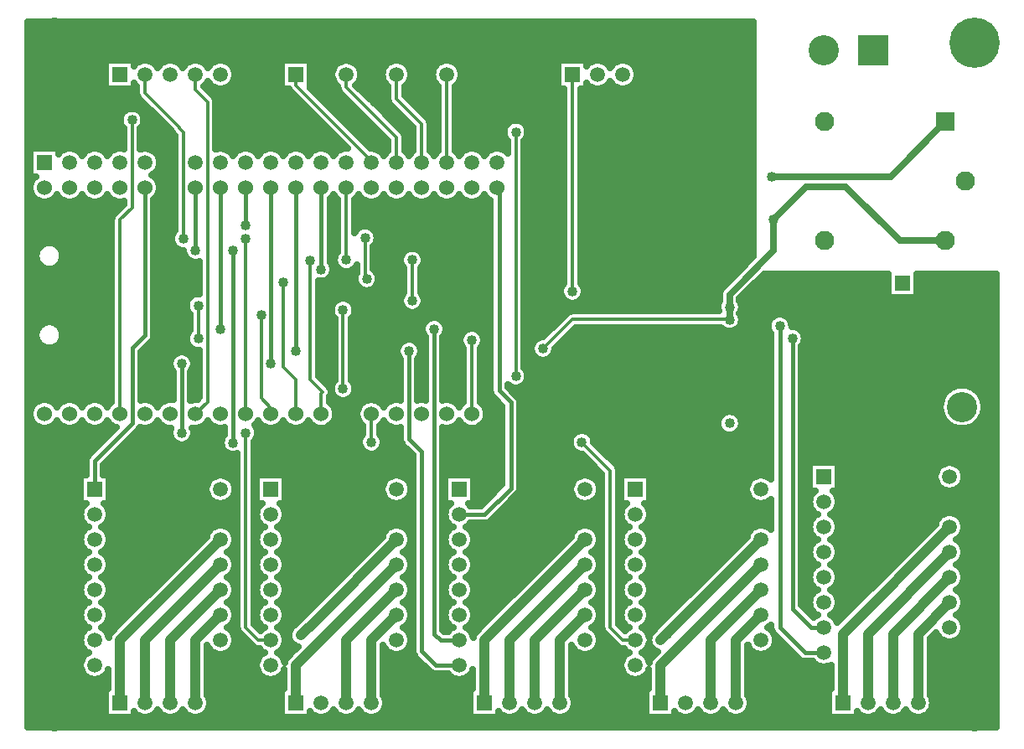
<source format=gbr>
G04 DipTrace 3.3.1.1*
G04 Bottom.gbr*
%MOIN*%
G04 #@! TF.FileFunction,Copper,L2,Bot*
G04 #@! TF.Part,Single*
G04 #@! TA.AperFunction,Conductor*
%ADD15C,0.016*%
%ADD16C,0.012008*%
%ADD17C,0.012*%
G04 #@! TA.AperFunction,CopperBalancing*
%ADD18C,0.025*%
G04 #@! TA.AperFunction,Conductor*
%ADD19C,0.015*%
G04 #@! TA.AperFunction,ViaPad*
%ADD21C,0.04*%
G04 #@! TA.AperFunction,ComponentPad*
%ADD25C,0.06*%
%ADD37R,0.059055X0.059055*%
%ADD38C,0.059055*%
%ADD43C,0.076772*%
%ADD44R,0.076772X0.076772*%
%ADD46C,0.2*%
%ADD49R,0.12X0.12*%
%ADD50C,0.12*%
%ADD51R,0.059X0.059*%
%ADD52C,0.059*%
G04 #@! TA.AperFunction,ViaPad*
%ADD59C,0.03*%
%FSLAX26Y26*%
G04*
G70*
G90*
G75*
G01*
G04 Bottom*
%LPD*%
X2143701Y1293701D2*
D15*
X2243701D1*
X2348171Y1398171D1*
Y1739588D1*
X2302068Y1785690D1*
Y2593701D1*
X2293701D1*
X1774951Y2231201D2*
D16*
X1768701D1*
Y2393701D1*
X3218701Y2068701D2*
D17*
X3217147Y2070255D1*
X2593409D1*
X2476409Y1953255D1*
X3393701Y2468701D2*
D18*
X3523425Y2598425D1*
X3681102D1*
X3895177Y2384350D1*
X4077461D1*
X3393701Y2468701D2*
Y2343701D1*
X3218701Y2168701D1*
Y2093701D1*
Y2068701D1*
Y2118701D2*
D17*
Y2093701D1*
X1243701Y1578740D2*
D19*
Y2343701D1*
X1093701D2*
Y2593701D1*
X1393701D2*
Y1893701D1*
X1039370D2*
Y1618110D1*
X2843701Y793701D2*
D17*
X2793701D1*
X2743701Y843701D1*
Y1468701D1*
X2631201Y1581201D1*
X1793701D2*
Y1693701D1*
X2143701Y693701D2*
D19*
X2050394D1*
X1993701Y750394D1*
Y1543701D1*
X1943701Y1593701D1*
Y1943701D1*
X1493701D2*
Y2593701D1*
X2943701Y793701D2*
D21*
X2993701Y843701D1*
X3343701Y1193701D1*
X2993701Y843701D2*
D3*
X1512450Y812451D2*
X1568701Y868701D1*
X1893701Y1193701D1*
X1568701Y868701D2*
D3*
X3343701Y1093701D2*
X2943701Y693701D1*
Y543701D1*
X793701D2*
Y793701D1*
X1193701Y1193701D1*
X893701Y543701D2*
Y793701D1*
X1193701Y1093701D1*
X993701Y543701D2*
Y793701D1*
X1193701Y993701D1*
X1093701Y543701D2*
Y793701D1*
X1193701Y893701D1*
X2593701Y2181201D2*
D17*
Y3043701D1*
X3593701Y843701D2*
D15*
X3543701D1*
X3468701Y918701D1*
Y1993701D1*
X1293701Y2443701D2*
Y2593701D1*
X2093701Y2693701D2*
D17*
Y3043701D1*
X1993701Y2693701D2*
Y2845783D1*
X1893701Y2945783D1*
Y3043701D1*
X3593701Y743701D2*
D15*
X3518701D1*
X3418701Y843701D1*
Y2043701D1*
X1593701Y2268701D2*
Y2593701D1*
X1693701D2*
D16*
Y2306201D1*
X1956201D2*
Y2143799D1*
X1893701Y2693701D2*
D17*
Y2794374D1*
X1739681Y2948394D1*
X1738261D1*
X1693701Y2992954D1*
Y3043701D1*
X2368701Y1843701D2*
Y2814878D1*
X2193701Y1693701D2*
D16*
Y1987451D1*
X1104928Y1993059D2*
Y2124950D1*
X1356201Y2086757D2*
Y1756201D1*
X1393701Y1718701D1*
Y1693701D1*
X1893701Y1093701D2*
D21*
X1493701Y693701D1*
Y543701D1*
X793701Y1693701D2*
D17*
Y2466343D1*
X842038Y2514680D1*
Y2862812D1*
X1549950Y2303293D2*
D16*
Y1831201D1*
X1599950Y1781201D1*
X1593701Y1774951D1*
Y1693701D1*
X893701Y3043701D2*
D17*
Y2969488D1*
X1030927Y2832262D1*
Y2829063D1*
X1045822Y2814168D1*
Y2390038D1*
X1292696D2*
Y2078046D1*
X1293701Y2077041D1*
Y1693701D1*
X3143701Y543701D2*
D21*
Y793701D1*
X3343701Y993701D1*
X1681201Y2106398D2*
D16*
Y1793701D1*
X2143701Y793701D2*
D19*
X2068701D1*
X2043701Y818701D1*
Y2031201D1*
X1193701D2*
Y2593701D1*
X3243701Y543701D2*
D21*
Y793701D1*
X3343701Y893701D1*
X1493701Y3043701D2*
D17*
Y3001083D1*
X1793701Y2701083D1*
Y2693701D1*
X1693701Y543701D2*
D21*
Y793701D1*
X1893701Y993701D1*
X2243701Y543701D2*
Y793701D1*
X2643701Y1193701D1*
X2343701Y543701D2*
Y793701D1*
X2643701Y1093701D1*
X2443701Y543701D2*
Y793701D1*
X2643701Y993701D1*
X2543701Y543701D2*
Y793701D1*
X2643701Y893701D1*
X1093701Y3043701D2*
D17*
Y2982295D1*
X1141346Y2934650D1*
Y1741346D1*
X1093701Y1693701D1*
X1393701Y793701D2*
X1343701D1*
X1293701Y843701D1*
Y1618701D1*
X1443701Y2216678D2*
D16*
Y1881201D1*
X1493701Y1831201D1*
Y1693701D1*
X4077461Y2856791D2*
D18*
X3858465Y2637795D1*
X3385827D1*
X3668701Y543701D2*
D21*
Y818701D1*
X4093701Y1243701D1*
X3768701Y543701D2*
Y818701D1*
X4093701Y1143701D1*
X3868701Y543701D2*
Y818701D1*
X4093701Y1043701D1*
X3968701Y543701D2*
Y818701D1*
X4093701Y943701D1*
X1793701Y543701D2*
Y793701D1*
X1893701Y893701D1*
X693701Y1393701D2*
D19*
Y1506201D1*
X843701Y1656201D1*
Y1956201D1*
X893701Y2006201D1*
Y2593701D1*
D21*
X1774951Y2231201D3*
X1768701Y2393701D3*
X3393701Y2468701D3*
D3*
X1243701Y1578740D3*
Y2343701D3*
X1093701D3*
X1393701Y1893701D3*
X1039370D3*
Y1618110D3*
X2631201Y1581201D3*
X1793701D3*
X1943701Y1943701D3*
X1493701D3*
X2943701Y793701D3*
X1512450Y812451D3*
X2593701Y2181201D3*
X3468701Y1993701D3*
X1293701Y2443701D3*
X3418701Y2043701D3*
X1593701Y2268701D3*
X1693701Y2306201D3*
X1956201D3*
Y2143799D3*
X2368701Y1843701D3*
Y2814878D3*
X2193701Y1987451D3*
X1104928Y1993059D3*
Y2124950D3*
X1356201Y2086757D3*
X842038Y2862812D3*
X1549950Y2303293D3*
X1045822Y2390038D3*
X1292696D3*
X1681201Y2106398D3*
Y1793701D3*
X2043701Y2031201D3*
X1193701D3*
X1293701Y1618701D3*
X1443701Y2216678D3*
X3385827Y2637795D3*
X1568701Y868701D3*
X2993701Y843701D3*
D59*
X2775409Y1875255D3*
Y1849255D3*
Y1823255D3*
X2736409Y1875255D3*
Y1849255D3*
Y1823255D3*
X2697409Y1875255D3*
Y1849255D3*
Y1823255D3*
X3126701Y1627701D3*
X3087701D3*
D21*
X2476409Y1953255D3*
X3218701Y2068701D3*
Y1656201D3*
X1593701Y1093701D3*
Y1043701D3*
Y993701D3*
X893701Y1093701D3*
Y1043701D3*
Y993701D3*
X2343701Y1093701D3*
Y1043701D3*
Y993701D3*
X3043701Y1093701D3*
Y1043701D3*
Y993701D3*
X3793701Y1143701D3*
Y1093701D3*
Y1043701D3*
X3218701Y2118701D3*
X593701Y2431201D3*
Y1856201D3*
X3208661Y2814961D3*
X1643701Y2418701D3*
X1718701Y2143701D3*
X1543701Y843701D3*
X2968701Y818701D3*
X428404Y3230348D2*
D18*
X3311757D1*
X428404Y3205479D2*
X3311757D1*
X428404Y3180610D2*
X3311757D1*
X428404Y3155741D2*
X3311757D1*
X428404Y3130873D2*
X3311757D1*
X428404Y3106004D2*
X3311757D1*
X428404Y3081135D2*
X735165D1*
X1237879D2*
X1435194D1*
X1552224D2*
X1649530D1*
X1737890D2*
X1849513D1*
X1937873D2*
X2049531D1*
X2137891D2*
X2535188D1*
X2837883D2*
X3311757D1*
X428404Y3056266D2*
X735165D1*
X1250798D2*
X1435194D1*
X1552224D2*
X1636613D1*
X1750808D2*
X1836594D1*
X1950790D2*
X2036613D1*
X2150808D2*
X2535188D1*
X2850802D2*
X3311757D1*
X428404Y3031398D2*
X735165D1*
X1250869D2*
X1435194D1*
X1552224D2*
X1636541D1*
X1750844D2*
X1836559D1*
X1950862D2*
X2036542D1*
X2150845D2*
X2535188D1*
X2850837D2*
X3311757D1*
X428404Y3006529D2*
X735165D1*
X1238094D2*
X1435194D1*
X1552224D2*
X1649280D1*
X1738105D2*
X1849298D1*
X1938123D2*
X2049281D1*
X2138106D2*
X2535188D1*
X2838098D2*
X3311757D1*
X428404Y2981660D2*
X858715D1*
X1142786D2*
X1465157D1*
X1561591D2*
X1660727D1*
X1753463D2*
X1858699D1*
X1928686D2*
X2058718D1*
X2128705D2*
X2558693D1*
X2628678D2*
X3311757D1*
X428404Y2956791D2*
X861298D1*
X1167618D2*
X1489559D1*
X1586458D2*
X1681396D1*
X1779731D2*
X1858699D1*
X1931161D2*
X2058718D1*
X2128705D2*
X2558693D1*
X2628678D2*
X3311757D1*
X428404Y2931923D2*
X882829D1*
X1176337D2*
X1514427D1*
X1611325D2*
X1706299D1*
X1804598D2*
X1861822D1*
X1956029D2*
X2058718D1*
X2128705D2*
X2558693D1*
X2628678D2*
X3311757D1*
X428404Y2907054D2*
X825235D1*
X858835D2*
X907697D1*
X1176337D2*
X1539294D1*
X1636194D2*
X1732567D1*
X1829466D2*
X1883962D1*
X1980898D2*
X2058718D1*
X2128705D2*
X2558693D1*
X2628678D2*
X3311757D1*
X428404Y2882185D2*
X797281D1*
X886789D2*
X932564D1*
X1176337D2*
X1564161D1*
X1661062D2*
X1757434D1*
X1854333D2*
X1908866D1*
X2005765D2*
X2058718D1*
X2128705D2*
X2558693D1*
X2628678D2*
X3311757D1*
X428404Y2857316D2*
X793370D1*
X890699D2*
X957432D1*
X1176337D2*
X1589030D1*
X1685929D2*
X1782302D1*
X1879201D2*
X1933734D1*
X2026577D2*
X2058718D1*
X2128705D2*
X2347227D1*
X2390192D2*
X2558693D1*
X2628678D2*
X3311757D1*
X428404Y2832448D2*
X804315D1*
X879755D2*
X982301D1*
X1176337D2*
X1613898D1*
X1710797D2*
X1807169D1*
X1904070D2*
X1958601D1*
X2028696D2*
X2058718D1*
X2128705D2*
X2323148D1*
X2414235D2*
X2558693D1*
X2628678D2*
X3311757D1*
X428404Y2807579D2*
X807042D1*
X877028D2*
X1004046D1*
X1176337D2*
X1638765D1*
X1735664D2*
X1832038D1*
X1925887D2*
X1958709D1*
X2028696D2*
X2058718D1*
X2128705D2*
X2320278D1*
X2417105D2*
X2558693D1*
X2628678D2*
X3311757D1*
X428404Y2782710D2*
X807042D1*
X877028D2*
X1010828D1*
X1176337D2*
X1663633D1*
X1760533D2*
X1856906D1*
X1928686D2*
X1958709D1*
X2028696D2*
X2058718D1*
X2128705D2*
X2332622D1*
X2404761D2*
X2558693D1*
X2628678D2*
X3311757D1*
X428404Y2757841D2*
X807042D1*
X877028D2*
X1010828D1*
X1176337D2*
X1688501D1*
X1785400D2*
X1858699D1*
X1928686D2*
X1958709D1*
X2028696D2*
X2058718D1*
X2128705D2*
X2333698D1*
X2403685D2*
X2558693D1*
X2628678D2*
X3311757D1*
X636138Y2732972D2*
X651268D1*
X736147D2*
X751241D1*
X936165D2*
X1010828D1*
X1236156D2*
X1251252D1*
X1336167D2*
X1351261D1*
X1436139D2*
X1451235D1*
X1536148D2*
X1551244D1*
X1636157D2*
X1651253D1*
X1836140D2*
X1851235D1*
X1936150D2*
X1951245D1*
X2036159D2*
X2051255D1*
X2136133D2*
X2151264D1*
X2236142D2*
X2251236D1*
X2403685D2*
X2558693D1*
X2628678D2*
X3311757D1*
X950340Y2708104D2*
X1010828D1*
X2403685D2*
X2558693D1*
X2628678D2*
X3311757D1*
X951236Y2683235D2*
X1010828D1*
X2403685D2*
X2558693D1*
X2628678D2*
X3311757D1*
X939681Y2658366D2*
X1010828D1*
X2403685D2*
X2558693D1*
X2628678D2*
X3311757D1*
X428404Y2633497D2*
X451106D1*
X936308D2*
X1010828D1*
X2403685D2*
X2558693D1*
X2628678D2*
X3311757D1*
X950698Y2608629D2*
X1010828D1*
X2403685D2*
X2558693D1*
X2628678D2*
X3311757D1*
X951811Y2583760D2*
X1010828D1*
X2403685D2*
X2558693D1*
X2628678D2*
X3311757D1*
X428404Y2558891D2*
X446693D1*
X940686D2*
X1010828D1*
X2403685D2*
X2558693D1*
X2628678D2*
X3311757D1*
X428404Y2534022D2*
X807042D1*
X930209D2*
X1010828D1*
X1630703D2*
X1658717D1*
X1728703D2*
X2265088D1*
X2403685D2*
X2558693D1*
X2628678D2*
X3311757D1*
X428404Y2509154D2*
X788059D1*
X930209D2*
X1010828D1*
X1630703D2*
X1658717D1*
X1728703D2*
X2265088D1*
X2403685D2*
X2558693D1*
X2628678D2*
X3311757D1*
X428404Y2484285D2*
X764125D1*
X930209D2*
X1010828D1*
X1630703D2*
X1658717D1*
X1728703D2*
X2265088D1*
X2403685D2*
X2558693D1*
X2628678D2*
X3311757D1*
X428404Y2459416D2*
X758706D1*
X930209D2*
X1010828D1*
X1630703D2*
X1658717D1*
X1728703D2*
X2265088D1*
X2403685D2*
X2558693D1*
X2628678D2*
X3311757D1*
X428404Y2434547D2*
X758706D1*
X930209D2*
X1010828D1*
X1630703D2*
X1658717D1*
X1728703D2*
X1743978D1*
X1793403D2*
X2265088D1*
X2403685D2*
X2558693D1*
X2628678D2*
X3311757D1*
X428404Y2409678D2*
X758706D1*
X930209D2*
X1001175D1*
X1630703D2*
X1658717D1*
X1814861D2*
X2265088D1*
X2403685D2*
X2558693D1*
X2628678D2*
X3311757D1*
X428404Y2384810D2*
X758706D1*
X930209D2*
X997121D1*
X1630703D2*
X1658717D1*
X1816835D2*
X2265088D1*
X2403685D2*
X2558693D1*
X2628678D2*
X3311757D1*
X428404Y2359941D2*
X473892D1*
X551235D2*
X758706D1*
X930209D2*
X1007886D1*
X1630703D2*
X1658717D1*
X1803701D2*
X2265088D1*
X2403685D2*
X2558693D1*
X2628678D2*
X3311757D1*
X428404Y2335072D2*
X459612D1*
X565552D2*
X758706D1*
X930209D2*
X1045528D1*
X1630703D2*
X1654769D1*
X1803701D2*
X1917262D1*
X1995143D2*
X2265088D1*
X2403685D2*
X2558693D1*
X2628678D2*
X3311757D1*
X428404Y2310203D2*
X459575D1*
X565589D2*
X758706D1*
X930209D2*
X1058949D1*
X1630703D2*
X1644866D1*
X1803701D2*
X1907394D1*
X2005012D2*
X2265088D1*
X2403685D2*
X2558693D1*
X2628678D2*
X3302571D1*
X428404Y2285335D2*
X473785D1*
X551343D2*
X758706D1*
X930209D2*
X1106352D1*
X1803701D2*
X1912167D1*
X2000239D2*
X2265088D1*
X2403685D2*
X2558693D1*
X2628678D2*
X3277703D1*
X428404Y2260466D2*
X758706D1*
X930209D2*
X1106352D1*
X1641971D2*
X1682831D1*
X1704572D2*
X1733715D1*
X1813570D2*
X1921210D1*
X1991196D2*
X2265088D1*
X2403685D2*
X2558693D1*
X2628678D2*
X3252836D1*
X428404Y2235597D2*
X758706D1*
X930209D2*
X1106352D1*
X1628837D2*
X1726180D1*
X1823724D2*
X1921210D1*
X1991196D2*
X2265088D1*
X2403685D2*
X2558693D1*
X2628678D2*
X3227969D1*
X3343240D2*
X3847688D1*
X3964719D2*
X4276324D1*
X428404Y2210728D2*
X758706D1*
X930209D2*
X1106352D1*
X1584951D2*
X1730701D1*
X1819203D2*
X1921210D1*
X1991196D2*
X2265088D1*
X2403685D2*
X2555283D1*
X2632123D2*
X3203101D1*
X3318373D2*
X3847688D1*
X3964719D2*
X4276324D1*
X428404Y2185860D2*
X758706D1*
X930209D2*
X1106352D1*
X1584951D2*
X1762171D1*
X1787732D2*
X1921210D1*
X1991196D2*
X2265088D1*
X2403685D2*
X2544949D1*
X2642458D2*
X3181176D1*
X3293505D2*
X3847688D1*
X3964719D2*
X4276324D1*
X428404Y2160991D2*
X758706D1*
X930209D2*
X1073051D1*
X1584951D2*
X1910516D1*
X2001890D2*
X2265088D1*
X2403685D2*
X2549327D1*
X2638080D2*
X3177192D1*
X3268636D2*
X3847688D1*
X3964719D2*
X4276324D1*
X428404Y2136122D2*
X758706D1*
X930209D2*
X1057298D1*
X1584951D2*
X1642963D1*
X1719445D2*
X1907861D1*
X2004545D2*
X2265088D1*
X2403685D2*
X2579828D1*
X2607579D2*
X3173101D1*
X3264295D2*
X4276324D1*
X428404Y2111253D2*
X758706D1*
X930209D2*
X1058016D1*
X1584951D2*
X1632450D1*
X1729923D2*
X1920492D1*
X1991913D2*
X2265088D1*
X2403685D2*
X3170302D1*
X3267094D2*
X4276324D1*
X428404Y2086385D2*
X758706D1*
X930209D2*
X1069929D1*
X1584951D2*
X1636720D1*
X1725654D2*
X2265088D1*
X2403685D2*
X2561097D1*
X3264188D2*
X3397772D1*
X3439625D2*
X4276324D1*
X428404Y2061516D2*
X758706D1*
X930209D2*
X1069929D1*
X1584951D2*
X1646193D1*
X1716180D2*
X2005969D1*
X2081445D2*
X2265088D1*
X2403685D2*
X2536228D1*
X3267130D2*
X3373264D1*
X3464134D2*
X4276324D1*
X428404Y2036647D2*
X466932D1*
X558232D2*
X758706D1*
X930209D2*
X1069929D1*
X1584951D2*
X1646193D1*
X1716180D2*
X1995024D1*
X2092390D2*
X2265088D1*
X2403685D2*
X2511361D1*
X2608260D2*
X3182539D1*
X3254894D2*
X3370249D1*
X3489001D2*
X4276324D1*
X428404Y2011778D2*
X458247D1*
X566917D2*
X758706D1*
X930209D2*
X1059882D1*
X1584951D2*
X1646193D1*
X1716180D2*
X1998971D1*
X2088442D2*
X2151587D1*
X2235819D2*
X2265088D1*
X2403685D2*
X2486493D1*
X2583392D2*
X3381696D1*
X3514049D2*
X4276324D1*
X428404Y1986909D2*
X462374D1*
X562790D2*
X758706D1*
X924180D2*
X1056329D1*
X1584951D2*
X1646193D1*
X1716180D2*
X1924045D1*
X1963350D2*
X2007224D1*
X2080189D2*
X2144697D1*
X2242672D2*
X2265088D1*
X2403685D2*
X2441818D1*
X2558525D2*
X3381696D1*
X3517207D2*
X4276324D1*
X428404Y1962041D2*
X485052D1*
X540112D2*
X758706D1*
X900101D2*
X1067812D1*
X1584951D2*
X1646193D1*
X1716180D2*
X1898495D1*
X1988936D2*
X2007224D1*
X2080189D2*
X2152268D1*
X2235136D2*
X2265088D1*
X2403685D2*
X2428253D1*
X2533657D2*
X3381696D1*
X3505688D2*
X4276324D1*
X428404Y1937172D2*
X758706D1*
X880185D2*
X1020373D1*
X1058350D2*
X1106352D1*
X1584951D2*
X1646193D1*
X1716180D2*
X1895157D1*
X1992236D2*
X2007224D1*
X2080189D2*
X2158692D1*
X2228714D2*
X2265088D1*
X2403685D2*
X2430299D1*
X2522533D2*
X3381696D1*
X3505688D2*
X4276324D1*
X428404Y1912303D2*
X758706D1*
X880185D2*
X994249D1*
X1084474D2*
X1106352D1*
X1584951D2*
X1646193D1*
X1716180D2*
X1906928D1*
X1980503D2*
X2007224D1*
X2080189D2*
X2158692D1*
X2228714D2*
X2265088D1*
X2403685D2*
X2451902D1*
X2500930D2*
X3381696D1*
X3505688D2*
X4276324D1*
X428404Y1887434D2*
X758706D1*
X880185D2*
X990804D1*
X1087955D2*
X1106352D1*
X1584951D2*
X1646193D1*
X1716180D2*
X1907215D1*
X1980180D2*
X2007224D1*
X2080189D2*
X2158692D1*
X2228714D2*
X2265088D1*
X2403685D2*
X3381696D1*
X3505688D2*
X4276324D1*
X428404Y1862566D2*
X758706D1*
X880185D2*
X1002360D1*
X1076400D2*
X1106352D1*
X1584951D2*
X1646193D1*
X1716180D2*
X1907215D1*
X1980180D2*
X2007224D1*
X2080189D2*
X2158692D1*
X2228714D2*
X2265088D1*
X2413697D2*
X3381696D1*
X3505688D2*
X4276324D1*
X428404Y1837697D2*
X758706D1*
X880185D2*
X1002862D1*
X1075862D2*
X1106352D1*
X1591912D2*
X1646193D1*
X1716180D2*
X1907215D1*
X1980180D2*
X2007224D1*
X2080189D2*
X2158692D1*
X2228714D2*
X2265088D1*
X2417320D2*
X3381696D1*
X3505688D2*
X4276324D1*
X428404Y1812828D2*
X758706D1*
X880185D2*
X1002862D1*
X1075862D2*
X1106352D1*
X1616781D2*
X1636325D1*
X1726084D2*
X1907215D1*
X1980180D2*
X2007224D1*
X2080189D2*
X2158692D1*
X2228714D2*
X2265088D1*
X2405945D2*
X3381696D1*
X3505688D2*
X4276324D1*
X428404Y1787959D2*
X758706D1*
X880185D2*
X1002862D1*
X1075862D2*
X1106352D1*
X1729852D2*
X1907215D1*
X1980180D2*
X2007224D1*
X2080189D2*
X2158692D1*
X2228714D2*
X2265088D1*
X2351079D2*
X3381696D1*
X3505688D2*
X4085421D1*
X4201984D2*
X4276324D1*
X428404Y1763091D2*
X758706D1*
X880185D2*
X1002862D1*
X1075862D2*
X1106352D1*
X1629448D2*
X1643718D1*
X1718692D2*
X1907215D1*
X1980180D2*
X2007224D1*
X2080189D2*
X2158692D1*
X2228714D2*
X2273521D1*
X2375911D2*
X3381696D1*
X3505688D2*
X4065182D1*
X4222223D2*
X4276324D1*
X428404Y1738222D2*
X456417D1*
X530961D2*
X556427D1*
X630970D2*
X656436D1*
X730979D2*
X756409D1*
X930962D2*
X956428D1*
X1630991D2*
X1756429D1*
X1830972D2*
X1856438D1*
X2130965D2*
X2156430D1*
X2230974D2*
X2298245D1*
X2385168D2*
X3381696D1*
X3505688D2*
X4056283D1*
X4231123D2*
X4276324D1*
X1649148Y1713353D2*
X1738236D1*
X2249168D2*
X2311163D1*
X2385168D2*
X3381696D1*
X3505688D2*
X4055135D1*
X4232272D2*
X4276324D1*
X1652449Y1688484D2*
X1734934D1*
X2252469D2*
X2311163D1*
X2385168D2*
X3182755D1*
X3254642D2*
X3381696D1*
X3505688D2*
X4061415D1*
X4225991D2*
X4276324D1*
X428404Y1663615D2*
X443391D1*
X1644017D2*
X1743404D1*
X2244000D2*
X2311163D1*
X2385168D2*
X3170302D1*
X3267094D2*
X3381696D1*
X3505688D2*
X4077239D1*
X4210167D2*
X4276324D1*
X428404Y1638747D2*
X478092D1*
X509286D2*
X578101D1*
X609297D2*
X678110D1*
X709306D2*
X775678D1*
X909287D2*
X978101D1*
X1109306D2*
X1178119D1*
X1338139D2*
X1378102D1*
X1409298D2*
X1478112D1*
X1509307D2*
X1578121D1*
X1609281D2*
X1758726D1*
X1828676D2*
X1878113D1*
X2109291D2*
X2178105D1*
X2209301D2*
X2311163D1*
X2385168D2*
X3173101D1*
X3264295D2*
X3381696D1*
X3505688D2*
X4117214D1*
X4170156D2*
X4276324D1*
X428404Y1613878D2*
X750811D1*
X851945D2*
X990554D1*
X1088171D2*
X1207222D1*
X1342446D2*
X1758115D1*
X1829286D2*
X1907215D1*
X2080189D2*
X2311163D1*
X2385168D2*
X2595617D1*
X2666787D2*
X3196965D1*
X3240432D2*
X3381696D1*
X3505688D2*
X4276324D1*
X428404Y1589009D2*
X725944D1*
X827077D2*
X1000601D1*
X1078123D2*
X1195846D1*
X1331967D2*
X1745377D1*
X1842025D2*
X1907538D1*
X2080189D2*
X2311163D1*
X2385168D2*
X2582878D1*
X2679526D2*
X3381696D1*
X3505688D2*
X4276324D1*
X428404Y1564140D2*
X701076D1*
X802210D2*
X1197067D1*
X1328702D2*
X1747961D1*
X1839442D2*
X1922681D1*
X2080189D2*
X2311163D1*
X2385168D2*
X2585462D1*
X2696715D2*
X3381696D1*
X3505688D2*
X4276324D1*
X428404Y1539272D2*
X676207D1*
X777341D2*
X1216623D1*
X1328702D2*
X1771106D1*
X1816297D2*
X1947549D1*
X2080189D2*
X2311163D1*
X2385168D2*
X2608608D1*
X2721583D2*
X3381696D1*
X3505688D2*
X4276324D1*
X428404Y1514403D2*
X658230D1*
X752474D2*
X1258715D1*
X1328702D2*
X1957202D1*
X2080189D2*
X2311163D1*
X2385168D2*
X2649551D1*
X2746450D2*
X3381696D1*
X3505688D2*
X4276324D1*
X428404Y1489534D2*
X657226D1*
X730190D2*
X1258715D1*
X1328702D2*
X1957202D1*
X2080189D2*
X2311163D1*
X2385168D2*
X2674419D1*
X2771139D2*
X3381696D1*
X3505688D2*
X3535209D1*
X3652203D2*
X4059046D1*
X4128350D2*
X4276324D1*
X428404Y1464665D2*
X657226D1*
X730190D2*
X1258715D1*
X1328702D2*
X1957202D1*
X2080189D2*
X2311163D1*
X2385168D2*
X2699286D1*
X2778710D2*
X3381696D1*
X3505688D2*
X3535209D1*
X3652203D2*
X4039274D1*
X4148122D2*
X4276324D1*
X428404Y1439797D2*
X635192D1*
X752186D2*
X1159424D1*
X1227975D2*
X1258715D1*
X1452180D2*
X1859417D1*
X1927969D2*
X1957202D1*
X2202196D2*
X2311163D1*
X2385168D2*
X2609433D1*
X2677983D2*
X2708724D1*
X2902188D2*
X3309425D1*
X3505688D2*
X3535209D1*
X3652203D2*
X4035362D1*
X4152070D2*
X4276324D1*
X428404Y1414928D2*
X635192D1*
X752186D2*
X1139402D1*
X1452180D2*
X1839394D1*
X2202196D2*
X2311163D1*
X2385168D2*
X2589373D1*
X2902188D2*
X3289402D1*
X3505688D2*
X3535209D1*
X3652203D2*
X4043150D1*
X4144247D2*
X4276324D1*
X428404Y1390059D2*
X635192D1*
X752186D2*
X1135310D1*
X1452180D2*
X1835339D1*
X2202196D2*
X2288772D1*
X2384199D2*
X2585319D1*
X2902188D2*
X3285311D1*
X3505688D2*
X3535209D1*
X3652203D2*
X4075157D1*
X4112239D2*
X4276324D1*
X428404Y1365190D2*
X635192D1*
X752186D2*
X1143025D1*
X1244374D2*
X1258715D1*
X1452180D2*
X1843018D1*
X1944403D2*
X1957189D1*
X2202196D2*
X2263904D1*
X2366472D2*
X2592997D1*
X2694382D2*
X2708724D1*
X2902188D2*
X3293026D1*
X3505688D2*
X3539479D1*
X3647898D2*
X4276324D1*
X428404Y1340322D2*
X635192D1*
X752186D2*
X1174281D1*
X1213119D2*
X1258715D1*
X1452180D2*
X1874310D1*
X1913112D2*
X1957202D1*
X2202196D2*
X2239035D1*
X2341605D2*
X2624289D1*
X2663092D2*
X2708724D1*
X2902188D2*
X3324281D1*
X3363121D2*
X3381696D1*
X3505688D2*
X3535316D1*
X3652096D2*
X4276324D1*
X428404Y1315453D2*
X639606D1*
X747808D2*
X1258715D1*
X1447802D2*
X1957202D1*
X2316738D2*
X2708724D1*
X2897810D2*
X3381696D1*
X3505688D2*
X3542852D1*
X3644560D2*
X4276324D1*
X428404Y1290584D2*
X635301D1*
X752115D2*
X1258715D1*
X1452108D2*
X1957202D1*
X2291870D2*
X2708724D1*
X2902115D2*
X3381696D1*
X3505688D2*
X3560579D1*
X3626797D2*
X4060589D1*
X4126807D2*
X4276324D1*
X428404Y1265715D2*
X642692D1*
X744686D2*
X1258715D1*
X1328702D2*
X1342720D1*
X1444680D2*
X1957202D1*
X2080189D2*
X2092701D1*
X2266356D2*
X2708724D1*
X2778710D2*
X2792693D1*
X2894688D2*
X3381696D1*
X3505688D2*
X3539730D1*
X3647682D2*
X4039705D1*
X4147692D2*
X4276324D1*
X428404Y1240846D2*
X660993D1*
X726423D2*
X1161003D1*
X1226396D2*
X1258715D1*
X1328702D2*
X1360986D1*
X1426415D2*
X1860996D1*
X1926390D2*
X1957202D1*
X2080189D2*
X2111001D1*
X2176394D2*
X2611012D1*
X2676404D2*
X2708724D1*
X2778710D2*
X2810993D1*
X2876423D2*
X3311004D1*
X3505688D2*
X3535281D1*
X3652131D2*
X4022588D1*
X4152106D2*
X4276324D1*
X428404Y1215978D2*
X639822D1*
X747558D2*
X1139832D1*
X1447587D2*
X1839824D1*
X2197566D2*
X2589840D1*
X2897559D2*
X3289832D1*
X3505688D2*
X3542564D1*
X3644846D2*
X3997720D1*
X4144857D2*
X4276324D1*
X428404Y1191109D2*
X635264D1*
X752115D2*
X1122858D1*
X1452144D2*
X1822852D1*
X2202123D2*
X2572866D1*
X2902115D2*
X3272860D1*
X3505688D2*
X3561404D1*
X3626008D2*
X3972852D1*
X4125982D2*
X4276324D1*
X428404Y1166240D2*
X642406D1*
X745010D2*
X1097991D1*
X1244984D2*
X1258715D1*
X1328702D2*
X1342398D1*
X1445003D2*
X1797983D1*
X2194982D2*
X2547999D1*
X2694992D2*
X2708724D1*
X2778710D2*
X2792406D1*
X2895010D2*
X3247992D1*
X3505688D2*
X3539945D1*
X3647466D2*
X3947984D1*
X4147441D2*
X4276324D1*
X428404Y1141371D2*
X661819D1*
X725560D2*
X1073123D1*
X1225571D2*
X1258715D1*
X1328702D2*
X1361846D1*
X1425554D2*
X1773115D1*
X1925564D2*
X1957202D1*
X2080189D2*
X2111827D1*
X2175570D2*
X2523131D1*
X2675579D2*
X2708724D1*
X2778710D2*
X2811819D1*
X2875562D2*
X3223123D1*
X3505688D2*
X3535244D1*
X3652131D2*
X3923117D1*
X4152142D2*
X4276324D1*
X428404Y1116503D2*
X640072D1*
X747343D2*
X1048255D1*
X1447335D2*
X1748248D1*
X2197350D2*
X2498264D1*
X2897344D2*
X3198256D1*
X3505688D2*
X3542241D1*
X3645134D2*
X3898249D1*
X4145144D2*
X4276324D1*
X428404Y1091634D2*
X635264D1*
X752151D2*
X1023387D1*
X1452144D2*
X1723381D1*
X2202159D2*
X2473395D1*
X2902152D2*
X3173388D1*
X3505688D2*
X3562265D1*
X3625147D2*
X3873381D1*
X4125156D2*
X4276324D1*
X428404Y1066765D2*
X642118D1*
X745297D2*
X998520D1*
X1245272D2*
X1258715D1*
X1328702D2*
X1342110D1*
X1445290D2*
X1698512D1*
X2195306D2*
X2448528D1*
X2695280D2*
X2708724D1*
X2778710D2*
X2792119D1*
X2895298D2*
X3148521D1*
X3505688D2*
X3540197D1*
X3647215D2*
X3848513D1*
X4147226D2*
X4276324D1*
X428404Y1041896D2*
X662715D1*
X724699D2*
X973652D1*
X1224710D2*
X1258715D1*
X1328702D2*
X1362709D1*
X1424693D2*
X1673644D1*
X1924702D2*
X1957202D1*
X2080189D2*
X2112688D1*
X2174707D2*
X2423660D1*
X2674718D2*
X2708724D1*
X2778710D2*
X2812717D1*
X2874701D2*
X3123654D1*
X3505688D2*
X3535244D1*
X3652167D2*
X3823646D1*
X4152177D2*
X4276324D1*
X428404Y1017028D2*
X640287D1*
X747092D2*
X948785D1*
X1447119D2*
X1648777D1*
X2197100D2*
X2398793D1*
X2897092D2*
X3098785D1*
X3505688D2*
X3541955D1*
X3645421D2*
X3798778D1*
X4145432D2*
X4276324D1*
X428404Y992159D2*
X635228D1*
X752186D2*
X923916D1*
X1452180D2*
X1623909D1*
X2202159D2*
X2373925D1*
X2902188D2*
X3073917D1*
X3505688D2*
X3563163D1*
X3624249D2*
X3773911D1*
X4124260D2*
X4276324D1*
X428404Y967290D2*
X641831D1*
X745584D2*
X899049D1*
X1245559D2*
X1258715D1*
X1328702D2*
X1341843D1*
X1445577D2*
X1599042D1*
X2195556D2*
X2349056D1*
X2695567D2*
X2708724D1*
X2778710D2*
X2791832D1*
X2895585D2*
X3049050D1*
X3505688D2*
X3540412D1*
X3646965D2*
X3749042D1*
X4146974D2*
X4276324D1*
X428404Y942421D2*
X663613D1*
X723802D2*
X874181D1*
X1223812D2*
X1258715D1*
X1328702D2*
X1363605D1*
X1423795D2*
X1574173D1*
X1923806D2*
X1957202D1*
X2080189D2*
X2113621D1*
X2173811D2*
X2324189D1*
X2673785D2*
X2708724D1*
X2778710D2*
X2813614D1*
X2873803D2*
X3024182D1*
X3505688D2*
X3535209D1*
X3652167D2*
X3724175D1*
X4152177D2*
X4276324D1*
X428404Y917552D2*
X640539D1*
X746875D2*
X849314D1*
X1446869D2*
X1549306D1*
X2196848D2*
X2299286D1*
X2896841D2*
X2999314D1*
X3521118D2*
X3541703D1*
X3645709D2*
X3699307D1*
X4145718D2*
X4276324D1*
X428404Y892684D2*
X635228D1*
X752186D2*
X824445D1*
X1452180D2*
X1524438D1*
X2202196D2*
X2274417D1*
X2902188D2*
X2974446D1*
X3545986D2*
X3564059D1*
X3623316D2*
X3674440D1*
X4123327D2*
X4276324D1*
X428404Y867815D2*
X641543D1*
X745835D2*
X799577D1*
X1245845D2*
X1258715D1*
X1328702D2*
X1341556D1*
X1445864D2*
X1499571D1*
X2195844D2*
X2249550D1*
X2695854D2*
X2708724D1*
X2778710D2*
X2791545D1*
X2895836D2*
X2949579D1*
X4146723D2*
X4276324D1*
X428404Y842946D2*
X664546D1*
X722833D2*
X774710D1*
X1222844D2*
X1258715D1*
X1342912D2*
X1364538D1*
X1422862D2*
X1474846D1*
X1922836D2*
X1957202D1*
X2080189D2*
X2114554D1*
X2172841D2*
X2224682D1*
X2672852D2*
X2708724D1*
X2792920D2*
X2814546D1*
X2872835D2*
X2924711D1*
X4152177D2*
X4276324D1*
X428404Y818077D2*
X640790D1*
X1246600D2*
X1270881D1*
X1446618D2*
X1463794D1*
X2696608D2*
X2720888D1*
X4145970D2*
X4276324D1*
X428404Y793209D2*
X635228D1*
X1252197D2*
X1295748D1*
X1452180D2*
X1467634D1*
X2702205D2*
X2745756D1*
X3402198D2*
X3417903D1*
X4017684D2*
X4067012D1*
X4120385D2*
X4276324D1*
X428404Y768340D2*
X641293D1*
X1246133D2*
X1320903D1*
X1446115D2*
X1495264D1*
X2696105D2*
X2770875D1*
X3396134D2*
X3442770D1*
X4017684D2*
X4276324D1*
X428404Y743471D2*
X665550D1*
X1142678D2*
X1166458D1*
X1220942D2*
X1365543D1*
X1421857D2*
X1475205D1*
X1842707D2*
X1866450D1*
X1920934D2*
X1957919D1*
X2592686D2*
X2616466D1*
X2670950D2*
X2815551D1*
X2871866D2*
X2925214D1*
X3292680D2*
X3316458D1*
X3370944D2*
X3467639D1*
X4017684D2*
X4276324D1*
X428404Y718602D2*
X641042D1*
X1142678D2*
X1341034D1*
X1842707D2*
X1974928D1*
X2592686D2*
X2791042D1*
X3292680D2*
X3492542D1*
X4017684D2*
X4276324D1*
X428404Y693734D2*
X635192D1*
X1142678D2*
X1335220D1*
X1842707D2*
X1999797D1*
X2592686D2*
X2785193D1*
X3292680D2*
X3565925D1*
X4017684D2*
X4276324D1*
X428404Y668865D2*
X641005D1*
X1142678D2*
X1341034D1*
X1842707D2*
X2024699D1*
X2592686D2*
X2791007D1*
X3292680D2*
X3619717D1*
X4017684D2*
X4276324D1*
X428404Y643996D2*
X665407D1*
X721972D2*
X744711D1*
X1142678D2*
X1365436D1*
X1421965D2*
X1444703D1*
X1842707D2*
X2115415D1*
X2171980D2*
X2194719D1*
X2592686D2*
X2815408D1*
X2871974D2*
X2894711D1*
X3292680D2*
X3619717D1*
X4017684D2*
X4276324D1*
X428404Y619127D2*
X744711D1*
X1142678D2*
X1444703D1*
X1842707D2*
X2194719D1*
X2592686D2*
X2894711D1*
X3292680D2*
X3619717D1*
X4017684D2*
X4276324D1*
X428404Y594259D2*
X735165D1*
X1142678D2*
X1435194D1*
X1842707D2*
X2185173D1*
X2592686D2*
X2885167D1*
X3292680D2*
X3610171D1*
X4017684D2*
X4276324D1*
X428404Y569390D2*
X735165D1*
X1145980D2*
X1435194D1*
X1845972D2*
X2185173D1*
X2595988D2*
X2885167D1*
X3295980D2*
X3610171D1*
X4020986D2*
X4276324D1*
X428404Y544521D2*
X735165D1*
X1152223D2*
X1435194D1*
X1852217D2*
X2185173D1*
X2602232D2*
X2885167D1*
X3302224D2*
X3610171D1*
X4027228D2*
X4276324D1*
X428404Y519652D2*
X735165D1*
X1146806D2*
X1435194D1*
X1846798D2*
X2185173D1*
X2596814D2*
X2885167D1*
X3296806D2*
X3610171D1*
X4021810D2*
X4276324D1*
X428404Y494783D2*
X735165D1*
X923497D2*
X963891D1*
X1023507D2*
X1063900D1*
X1123516D2*
X1435194D1*
X1623491D2*
X1663885D1*
X1723500D2*
X1763894D1*
X1823509D2*
X2185173D1*
X2373507D2*
X2413899D1*
X2473516D2*
X2513909D1*
X2573488D2*
X2885167D1*
X3073499D2*
X3113892D1*
X3173508D2*
X3213902D1*
X3273517D2*
X3610171D1*
X3798503D2*
X3838896D1*
X3898512D2*
X3938906D1*
X3998486D2*
X4276324D1*
X428404Y469915D2*
X4276324D1*
X1446867Y3099720D2*
X1549720D1*
Y2991028D1*
X1791096Y2749639D1*
X1798096Y2749547D1*
X1806778Y2748173D1*
X1815139Y2745457D1*
X1822971Y2741466D1*
X1830083Y2736298D1*
X1836298Y2730083D1*
X1841466Y2722971D1*
X1843787Y2719133D1*
X1848379Y2726629D1*
X1854089Y2733312D1*
X1860773Y2739022D1*
X1861209Y2739633D1*
Y2780936D1*
X1721283Y2920689D1*
X1717159Y2923686D1*
X1670726Y2969979D1*
X1667415Y2973856D1*
X1664751Y2978203D1*
X1662799Y2982913D1*
X1661609Y2987871D1*
X1661209Y2992954D1*
Y2998085D1*
X1657319Y3001104D1*
X1651104Y3007319D1*
X1645936Y3014430D1*
X1641945Y3022262D1*
X1639228Y3030623D1*
X1637854Y3039306D1*
Y3048096D1*
X1639228Y3056778D1*
X1641945Y3065139D1*
X1645936Y3072971D1*
X1651104Y3080083D1*
X1657319Y3086298D1*
X1664430Y3091466D1*
X1672262Y3095457D1*
X1680623Y3098173D1*
X1689306Y3099547D1*
X1698096D1*
X1706778Y3098173D1*
X1715139Y3095457D1*
X1722971Y3091466D1*
X1730083Y3086298D1*
X1736298Y3080083D1*
X1741466Y3072971D1*
X1745457Y3065139D1*
X1748173Y3056778D1*
X1749547Y3048096D1*
Y3039306D1*
X1748173Y3030623D1*
X1745457Y3022262D1*
X1741466Y3014430D1*
X1736298Y3007319D1*
X1730827Y3001791D1*
X1756659Y2976098D1*
X1760783Y2973101D1*
X1808127Y2925899D1*
X1918408Y2815475D1*
X1921406Y2811350D1*
X1923719Y2806807D1*
X1925295Y2801958D1*
X1926093Y2796921D1*
X1926193Y2739362D1*
X1933312Y2733312D1*
X1939022Y2726629D1*
X1943694Y2718962D1*
X1948379Y2726629D1*
X1954089Y2733312D1*
X1960773Y2739022D1*
X1961209Y2739633D1*
Y2832322D1*
X1868993Y2924681D1*
X1865996Y2928806D1*
X1863682Y2933349D1*
X1862106Y2938198D1*
X1861308Y2943234D1*
X1861209Y2998067D1*
X1854089Y3004089D1*
X1848379Y3010773D1*
X1843787Y3018269D1*
X1840423Y3026390D1*
X1838371Y3034937D1*
X1837681Y3043701D1*
X1838371Y3052465D1*
X1840423Y3061012D1*
X1843787Y3069133D1*
X1848379Y3076629D1*
X1854089Y3083312D1*
X1860773Y3089022D1*
X1868269Y3093614D1*
X1876390Y3096979D1*
X1884937Y3099030D1*
X1893701Y3099720D1*
X1902465Y3099030D1*
X1911012Y3096979D1*
X1919133Y3093614D1*
X1926629Y3089022D1*
X1933312Y3083312D1*
X1939022Y3076629D1*
X1943614Y3069133D1*
X1946979Y3061012D1*
X1949030Y3052465D1*
X1949720Y3043701D1*
X1949030Y3034937D1*
X1946979Y3026390D1*
X1943614Y3018269D1*
X1939022Y3010773D1*
X1933312Y3004089D1*
X1926629Y2998379D1*
X1926193Y2997769D1*
Y2959265D1*
X2018408Y2866886D1*
X2021406Y2862761D1*
X2023719Y2858218D1*
X2025295Y2853369D1*
X2026093Y2848333D1*
X2026193Y2781479D1*
Y2739315D1*
X2030083Y2736298D1*
X2036298Y2730083D1*
X2041466Y2722971D1*
X2043787Y2719133D1*
X2048379Y2726629D1*
X2054089Y2733312D1*
X2060773Y2739022D1*
X2061209Y2739633D1*
Y2998034D1*
X2054089Y3004089D1*
X2048379Y3010773D1*
X2043787Y3018269D1*
X2040423Y3026390D1*
X2038371Y3034937D1*
X2037681Y3043701D1*
X2038371Y3052465D1*
X2040423Y3061012D1*
X2043787Y3069133D1*
X2048379Y3076629D1*
X2054089Y3083312D1*
X2060773Y3089022D1*
X2068269Y3093614D1*
X2076390Y3096979D1*
X2084937Y3099030D1*
X2093701Y3099720D1*
X2102465Y3099030D1*
X2111012Y3096979D1*
X2119133Y3093614D1*
X2126629Y3089022D1*
X2133312Y3083312D1*
X2139022Y3076629D1*
X2143614Y3069133D1*
X2146979Y3061012D1*
X2149030Y3052465D1*
X2149720Y3043701D1*
X2149030Y3034937D1*
X2146979Y3026390D1*
X2143614Y3018269D1*
X2139022Y3010773D1*
X2133312Y3004089D1*
X2126629Y2998379D1*
X2126193Y2997769D1*
Y2739367D1*
X2133312Y2733312D1*
X2139022Y2726629D1*
X2143694Y2718962D1*
X2148379Y2726629D1*
X2154089Y2733312D1*
X2160773Y2739022D1*
X2168269Y2743614D1*
X2176390Y2746979D1*
X2184937Y2749030D1*
X2193701Y2749720D1*
X2202465Y2749030D1*
X2211012Y2746979D1*
X2219133Y2743614D1*
X2226629Y2739022D1*
X2233312Y2733312D1*
X2239022Y2726629D1*
X2243694Y2718962D1*
X2248379Y2726629D1*
X2254089Y2733312D1*
X2260773Y2739022D1*
X2268269Y2743614D1*
X2276390Y2746979D1*
X2284937Y2749030D1*
X2293701Y2749720D1*
X2302465Y2749030D1*
X2311012Y2746979D1*
X2319133Y2743614D1*
X2326629Y2739022D1*
X2333312Y2733312D1*
X2336217Y2730171D1*
X2336209Y2781606D1*
X2331088Y2787551D1*
X2327276Y2793770D1*
X2324484Y2800510D1*
X2322781Y2807605D1*
X2322209Y2814878D1*
X2322781Y2822151D1*
X2324484Y2829245D1*
X2327276Y2835986D1*
X2331088Y2842205D1*
X2335825Y2847753D1*
X2341374Y2852491D1*
X2347593Y2856303D1*
X2354333Y2859094D1*
X2361428Y2860798D1*
X2368701Y2861370D1*
X2375974Y2860798D1*
X2383068Y2859094D1*
X2389808Y2856303D1*
X2396028Y2852491D1*
X2401576Y2847753D1*
X2406314Y2842205D1*
X2410126Y2835986D1*
X2412917Y2829245D1*
X2414621Y2822151D1*
X2415193Y2814878D1*
X2414621Y2807605D1*
X2412917Y2800510D1*
X2410126Y2793770D1*
X2406314Y2787551D1*
X2401188Y2781644D1*
X2401193Y1876972D1*
X2406314Y1871028D1*
X2410126Y1864808D1*
X2412917Y1858068D1*
X2414621Y1850974D1*
X2415193Y1843701D1*
X2414621Y1836428D1*
X2412917Y1829333D1*
X2410126Y1822593D1*
X2406314Y1816374D1*
X2401576Y1810825D1*
X2396028Y1806088D1*
X2389808Y1802276D1*
X2383068Y1799484D1*
X2375974Y1797781D1*
X2368701Y1797209D1*
X2361428Y1797781D1*
X2354333Y1799484D1*
X2347593Y1802276D1*
X2341374Y1806088D1*
X2336570Y1810139D1*
X2336560Y1799979D1*
X2374399Y1761990D1*
X2377580Y1757610D1*
X2380037Y1752787D1*
X2381710Y1747640D1*
X2382556Y1742294D1*
X2382663Y1684470D1*
X2382556Y1395465D1*
X2381710Y1390118D1*
X2380037Y1384971D1*
X2377580Y1380148D1*
X2374399Y1375769D1*
X2333585Y1334807D1*
X2266102Y1267472D1*
X2261723Y1264291D1*
X2256900Y1261835D1*
X2251753Y1260161D1*
X2246407Y1259315D1*
X2187829Y1259209D1*
X2183293Y1254109D1*
X2176612Y1248402D1*
X2168887Y1243703D1*
X2176612Y1239000D1*
X2183293Y1233293D1*
X2189000Y1226612D1*
X2193591Y1219121D1*
X2196953Y1211004D1*
X2199004Y1202459D1*
X2199693Y1193701D1*
X2199004Y1184942D1*
X2196953Y1176398D1*
X2193591Y1168281D1*
X2189000Y1160790D1*
X2183293Y1154109D1*
X2176612Y1148402D1*
X2168887Y1143703D1*
X2176612Y1139000D1*
X2183293Y1133293D1*
X2189000Y1126612D1*
X2193591Y1119121D1*
X2196953Y1111004D1*
X2199004Y1102459D1*
X2199693Y1093701D1*
X2199004Y1084942D1*
X2196953Y1076398D1*
X2193591Y1068281D1*
X2189000Y1060790D1*
X2183293Y1054109D1*
X2176612Y1048402D1*
X2168887Y1043703D1*
X2176612Y1039000D1*
X2183293Y1033293D1*
X2189000Y1026612D1*
X2193591Y1019121D1*
X2196953Y1011004D1*
X2199004Y1002459D1*
X2199693Y993701D1*
X2199004Y984942D1*
X2196953Y976398D1*
X2193591Y968281D1*
X2189000Y960790D1*
X2183293Y954109D1*
X2176612Y948402D1*
X2168887Y943703D1*
X2176612Y939000D1*
X2183293Y933293D1*
X2189000Y926612D1*
X2193591Y919121D1*
X2196953Y911004D1*
X2199004Y902459D1*
X2199693Y893701D1*
X2199004Y884942D1*
X2196953Y876398D1*
X2193591Y868281D1*
X2189000Y860790D1*
X2183293Y854109D1*
X2176612Y848402D1*
X2168887Y843703D1*
X2176612Y839000D1*
X2183293Y833293D1*
X2189000Y826612D1*
X2193591Y819121D1*
X2196953Y811004D1*
X2198545Y804768D1*
X2200748Y811492D1*
X2204059Y817993D1*
X2208348Y823895D1*
X2230312Y846063D1*
X2588770Y1204521D1*
X2590449Y1211004D1*
X2593811Y1219121D1*
X2598402Y1226612D1*
X2604109Y1233293D1*
X2610790Y1239000D1*
X2618281Y1243591D1*
X2626398Y1246953D1*
X2634942Y1249004D1*
X2643701Y1249693D1*
X2652459Y1249004D1*
X2661004Y1246953D1*
X2669121Y1243591D1*
X2676612Y1239000D1*
X2683293Y1233293D1*
X2689000Y1226612D1*
X2693591Y1219121D1*
X2696953Y1211004D1*
X2699004Y1202459D1*
X2699693Y1193701D1*
X2699004Y1184942D1*
X2696953Y1176398D1*
X2693591Y1168281D1*
X2689000Y1160790D1*
X2683293Y1154109D1*
X2676612Y1148402D1*
X2668887Y1143703D1*
X2676612Y1139000D1*
X2683293Y1133293D1*
X2689000Y1126612D1*
X2693591Y1119121D1*
X2696953Y1111004D1*
X2699004Y1102459D1*
X2699693Y1093701D1*
X2699004Y1084942D1*
X2696953Y1076398D1*
X2693591Y1068281D1*
X2689000Y1060790D1*
X2683293Y1054109D1*
X2676612Y1048402D1*
X2668887Y1043703D1*
X2676612Y1039000D1*
X2683293Y1033293D1*
X2689000Y1026612D1*
X2693591Y1019121D1*
X2696953Y1011004D1*
X2699004Y1002459D1*
X2699693Y993701D1*
X2699004Y984942D1*
X2696953Y976398D1*
X2693591Y968281D1*
X2689000Y960790D1*
X2683293Y954109D1*
X2676612Y948402D1*
X2668887Y943703D1*
X2676612Y939000D1*
X2683293Y933293D1*
X2689000Y926612D1*
X2693591Y919121D1*
X2696953Y911004D1*
X2699004Y902459D1*
X2699693Y893701D1*
X2699004Y884942D1*
X2696953Y876398D1*
X2693591Y868281D1*
X2689000Y860790D1*
X2683293Y854109D1*
X2676612Y848402D1*
X2668887Y843703D1*
X2676612Y839000D1*
X2683293Y833293D1*
X2689000Y826612D1*
X2693591Y819121D1*
X2696953Y811004D1*
X2699004Y802459D1*
X2699693Y793701D1*
X2699004Y784942D1*
X2696953Y776398D1*
X2693591Y768281D1*
X2689000Y760790D1*
X2683293Y754109D1*
X2676612Y748402D1*
X2669121Y743811D1*
X2661004Y740449D1*
X2652459Y738398D1*
X2643701Y737709D1*
X2634942Y738398D1*
X2626398Y740449D1*
X2618281Y743811D1*
X2610790Y748402D1*
X2604109Y754109D1*
X2598402Y760790D1*
X2593811Y768281D1*
X2590907Y775157D1*
X2590193Y766142D1*
Y574987D1*
X2593614Y569133D1*
X2596979Y561012D1*
X2599030Y552465D1*
X2599720Y543701D1*
X2599030Y534937D1*
X2596979Y526390D1*
X2593614Y518269D1*
X2589022Y510773D1*
X2583312Y504089D1*
X2576629Y498379D1*
X2569133Y493787D1*
X2561012Y490423D1*
X2552465Y488371D1*
X2543701Y487681D1*
X2534937Y488371D1*
X2526390Y490423D1*
X2518269Y493787D1*
X2510773Y498379D1*
X2504089Y504089D1*
X2498379Y510773D1*
X2493707Y518440D1*
X2489022Y510773D1*
X2483312Y504089D1*
X2476629Y498379D1*
X2469133Y493787D1*
X2461012Y490423D1*
X2452465Y488371D1*
X2443701Y487681D1*
X2434937Y488371D1*
X2426390Y490423D1*
X2418269Y493787D1*
X2410773Y498379D1*
X2404089Y504089D1*
X2398379Y510773D1*
X2393707Y518440D1*
X2389022Y510773D1*
X2383312Y504089D1*
X2376629Y498379D1*
X2369133Y493787D1*
X2361012Y490423D1*
X2352465Y488371D1*
X2343701Y487681D1*
X2334937Y488371D1*
X2326390Y490423D1*
X2318269Y493787D1*
X2310773Y498379D1*
X2304089Y504089D1*
X2299731Y509059D1*
X2299720Y487681D1*
X2187681D1*
Y599720D1*
X2197190D1*
X2197209Y677226D1*
X2195430Y672273D1*
X2191442Y664445D1*
X2186277Y657337D1*
X2180064Y651125D1*
X2172957Y645959D1*
X2165129Y641971D1*
X2156772Y639256D1*
X2148094Y637882D1*
X2139307D1*
X2130630Y639256D1*
X2122273Y641971D1*
X2114445Y645959D1*
X2107337Y651125D1*
X2101125Y657337D1*
X2099264Y659697D1*
X2047727Y659814D1*
X2042458Y660648D1*
X2037386Y662297D1*
X2032633Y664718D1*
X2028318Y667853D1*
X1987383Y708639D1*
X1967853Y728318D1*
X1964718Y732633D1*
X1962297Y737386D1*
X1960648Y742458D1*
X1959814Y747727D1*
X1959709Y805512D1*
Y1529619D1*
X1917853Y1571625D1*
X1914718Y1575940D1*
X1912297Y1580693D1*
X1910648Y1585765D1*
X1909814Y1591034D1*
X1909709Y1639525D1*
X1902538Y1637904D1*
X1893701Y1637209D1*
X1884864Y1637904D1*
X1876244Y1639974D1*
X1868054Y1643366D1*
X1860496Y1647997D1*
X1853755Y1653755D1*
X1847997Y1660496D1*
X1843713Y1667434D1*
X1839404Y1660496D1*
X1833647Y1653755D1*
X1826906Y1647997D1*
X1826199Y1647526D1*
X1826193Y1614433D1*
X1831314Y1608528D1*
X1835126Y1602308D1*
X1837917Y1595568D1*
X1839621Y1588474D1*
X1840193Y1581201D1*
X1839621Y1573928D1*
X1837917Y1566833D1*
X1835126Y1560093D1*
X1831314Y1553874D1*
X1826576Y1548325D1*
X1821028Y1543588D1*
X1814808Y1539776D1*
X1808068Y1536984D1*
X1800974Y1535281D1*
X1793701Y1534709D1*
X1786428Y1535281D1*
X1779333Y1536984D1*
X1772593Y1539776D1*
X1766374Y1543588D1*
X1760825Y1548325D1*
X1756088Y1553874D1*
X1752276Y1560093D1*
X1749484Y1566833D1*
X1747781Y1573928D1*
X1747209Y1581201D1*
X1747781Y1588474D1*
X1749484Y1595568D1*
X1752276Y1602308D1*
X1756088Y1608528D1*
X1761214Y1614434D1*
X1761209Y1647479D1*
X1757012Y1650744D1*
X1750744Y1657012D1*
X1745533Y1664184D1*
X1741509Y1672083D1*
X1738769Y1680513D1*
X1737383Y1689269D1*
Y1698133D1*
X1738769Y1706888D1*
X1741509Y1715319D1*
X1745533Y1723218D1*
X1750744Y1730390D1*
X1757012Y1736657D1*
X1764184Y1741869D1*
X1772083Y1745892D1*
X1780513Y1748633D1*
X1789269Y1750018D1*
X1798133D1*
X1806888Y1748633D1*
X1815319Y1745892D1*
X1823218Y1741869D1*
X1830390Y1736657D1*
X1836657Y1730390D1*
X1841869Y1723218D1*
X1843689Y1719967D1*
X1847997Y1726906D1*
X1853755Y1733647D1*
X1860496Y1739404D1*
X1868054Y1744035D1*
X1876244Y1747428D1*
X1884864Y1749497D1*
X1893701Y1750193D1*
X1902538Y1749497D1*
X1909707Y1747837D1*
X1909709Y1911958D1*
X1906088Y1916374D1*
X1902276Y1922593D1*
X1899484Y1929333D1*
X1897781Y1936428D1*
X1897209Y1943701D1*
X1897781Y1950974D1*
X1899484Y1958068D1*
X1902276Y1964808D1*
X1906088Y1971028D1*
X1910825Y1976576D1*
X1916374Y1981314D1*
X1922593Y1985126D1*
X1929333Y1987917D1*
X1936428Y1989621D1*
X1943701Y1990193D1*
X1950974Y1989621D1*
X1958068Y1987917D1*
X1964808Y1985126D1*
X1971028Y1981314D1*
X1976576Y1976576D1*
X1981314Y1971028D1*
X1985126Y1964808D1*
X1987917Y1958068D1*
X1989621Y1950974D1*
X1990193Y1943701D1*
X1989621Y1936428D1*
X1987917Y1929333D1*
X1985126Y1922593D1*
X1981314Y1916374D1*
X1977689Y1912030D1*
X1977693Y1747881D1*
X1984864Y1749497D1*
X1993701Y1750193D1*
X2002538Y1749497D1*
X2009707Y1747837D1*
X2009709Y1999470D1*
X2006088Y2003874D1*
X2002276Y2010093D1*
X1999484Y2016833D1*
X1997781Y2023928D1*
X1997209Y2031201D1*
X1997781Y2038474D1*
X1999484Y2045568D1*
X2002276Y2052308D1*
X2006088Y2058528D1*
X2010825Y2064076D1*
X2016374Y2068814D1*
X2022593Y2072626D1*
X2029333Y2075417D1*
X2036428Y2077121D1*
X2043701Y2077693D1*
X2050974Y2077121D1*
X2058068Y2075417D1*
X2064808Y2072626D1*
X2071028Y2068814D1*
X2076576Y2064076D1*
X2081314Y2058528D1*
X2085126Y2052308D1*
X2087917Y2045568D1*
X2089621Y2038474D1*
X2090193Y2031201D1*
X2089621Y2023928D1*
X2087917Y2016833D1*
X2085126Y2010093D1*
X2081314Y2003874D1*
X2077689Y1999530D1*
X2077693Y1747895D1*
X2084864Y1749497D1*
X2093701Y1750193D1*
X2102538Y1749497D1*
X2111157Y1747428D1*
X2119348Y1744035D1*
X2126906Y1739404D1*
X2133647Y1733647D1*
X2139404Y1726906D1*
X2143689Y1719967D1*
X2147997Y1726906D1*
X2153755Y1733647D1*
X2160496Y1739404D1*
X2161202Y1739875D1*
X2161205Y1954184D1*
X2156088Y1960125D1*
X2152276Y1966344D1*
X2149484Y1973084D1*
X2147781Y1980178D1*
X2147209Y1987451D1*
X2147781Y1994724D1*
X2149484Y2001819D1*
X2152276Y2008559D1*
X2156088Y2014778D1*
X2160825Y2020327D1*
X2166374Y2025064D1*
X2172593Y2028877D1*
X2179333Y2031668D1*
X2186428Y2033371D1*
X2193701Y2033944D1*
X2200974Y2033371D1*
X2208068Y2031668D1*
X2214808Y2028877D1*
X2221028Y2025064D1*
X2226576Y2020327D1*
X2231314Y2014778D1*
X2235126Y2008559D1*
X2237917Y2001819D1*
X2239621Y1994724D1*
X2240193Y1987451D1*
X2239621Y1980178D1*
X2237917Y1973084D1*
X2235126Y1966344D1*
X2231314Y1960125D1*
X2226188Y1954218D1*
X2226197Y1739886D1*
X2230390Y1736657D1*
X2236657Y1730390D1*
X2241869Y1723218D1*
X2245892Y1715319D1*
X2248633Y1706888D1*
X2250018Y1698133D1*
Y1689269D1*
X2248633Y1680513D1*
X2245892Y1672083D1*
X2241869Y1664184D1*
X2236657Y1657012D1*
X2230390Y1650744D1*
X2223218Y1645533D1*
X2215319Y1641509D1*
X2206888Y1638769D1*
X2198133Y1637383D1*
X2189269D1*
X2180513Y1638769D1*
X2172083Y1641509D1*
X2164184Y1645533D1*
X2157012Y1650744D1*
X2150744Y1657012D1*
X2145533Y1664184D1*
X2143713Y1667434D1*
X2139404Y1660496D1*
X2133647Y1653755D1*
X2126906Y1647997D1*
X2119348Y1643366D1*
X2111157Y1639974D1*
X2102538Y1637904D1*
X2093701Y1637209D1*
X2084864Y1637904D1*
X2077694Y1639564D1*
X2077693Y832777D1*
X2082783Y827690D1*
X2099239Y827693D1*
X2104109Y833293D1*
X2110790Y839000D1*
X2118514Y843698D1*
X2110790Y848402D1*
X2104109Y854109D1*
X2098402Y860790D1*
X2093811Y868281D1*
X2090449Y876398D1*
X2088398Y884942D1*
X2087709Y893701D1*
X2088398Y902459D1*
X2090449Y911004D1*
X2093811Y919121D1*
X2098402Y926612D1*
X2104109Y933293D1*
X2110790Y939000D1*
X2118514Y943698D1*
X2110790Y948402D1*
X2104109Y954109D1*
X2098402Y960790D1*
X2093811Y968281D1*
X2090449Y976398D1*
X2088398Y984942D1*
X2087709Y993701D1*
X2088398Y1002459D1*
X2090449Y1011004D1*
X2093811Y1019121D1*
X2098402Y1026612D1*
X2104109Y1033293D1*
X2110790Y1039000D1*
X2118514Y1043698D1*
X2110790Y1048402D1*
X2104109Y1054109D1*
X2098402Y1060790D1*
X2093811Y1068281D1*
X2090449Y1076398D1*
X2088398Y1084942D1*
X2087709Y1093701D1*
X2088398Y1102459D1*
X2090449Y1111004D1*
X2093811Y1119121D1*
X2098402Y1126612D1*
X2104109Y1133293D1*
X2110790Y1139000D1*
X2118514Y1143698D1*
X2110790Y1148402D1*
X2104109Y1154109D1*
X2098402Y1160790D1*
X2093811Y1168281D1*
X2090449Y1176398D1*
X2088398Y1184942D1*
X2087709Y1193701D1*
X2088398Y1202459D1*
X2090449Y1211004D1*
X2093811Y1219121D1*
X2098402Y1226612D1*
X2104109Y1233293D1*
X2110790Y1239000D1*
X2118514Y1243698D1*
X2110790Y1248402D1*
X2104109Y1254109D1*
X2098402Y1260790D1*
X2093811Y1268281D1*
X2090449Y1276398D1*
X2088398Y1284942D1*
X2087709Y1293701D1*
X2088398Y1302459D1*
X2090449Y1311004D1*
X2093811Y1319121D1*
X2098402Y1326612D1*
X2104109Y1333293D1*
X2109157Y1337713D1*
X2087709Y1337709D1*
Y1449693D1*
X2199693D1*
Y1337709D1*
X2178343D1*
X2183293Y1333293D1*
X2187756Y1328190D1*
X2229428Y1328193D1*
X2313677Y1412457D1*
X2313678Y1725327D1*
X2275840Y1763290D1*
X2272659Y1767668D1*
X2270202Y1772491D1*
X2268529Y1777638D1*
X2267682Y1782984D1*
X2267576Y1840808D1*
Y2543600D1*
X2260496Y2547997D1*
X2253755Y2553755D1*
X2247997Y2560496D1*
X2243713Y2567434D1*
X2239404Y2560496D1*
X2233647Y2553755D1*
X2226906Y2547997D1*
X2219348Y2543366D1*
X2211157Y2539974D1*
X2202538Y2537904D1*
X2193701Y2537209D1*
X2184864Y2537904D1*
X2176244Y2539974D1*
X2168054Y2543366D1*
X2160496Y2547997D1*
X2153755Y2553755D1*
X2147997Y2560496D1*
X2143713Y2567434D1*
X2139404Y2560496D1*
X2133647Y2553755D1*
X2126906Y2547997D1*
X2119348Y2543366D1*
X2111157Y2539974D1*
X2102538Y2537904D1*
X2093701Y2537209D1*
X2084864Y2537904D1*
X2076244Y2539974D1*
X2068054Y2543366D1*
X2060496Y2547997D1*
X2053755Y2553755D1*
X2047997Y2560496D1*
X2043713Y2567434D1*
X2039404Y2560496D1*
X2033647Y2553755D1*
X2026906Y2547997D1*
X2019348Y2543366D1*
X2011157Y2539974D1*
X2002538Y2537904D1*
X1993701Y2537209D1*
X1984864Y2537904D1*
X1976244Y2539974D1*
X1968054Y2543366D1*
X1960496Y2547997D1*
X1953755Y2553755D1*
X1947997Y2560496D1*
X1943713Y2567434D1*
X1939404Y2560496D1*
X1933647Y2553755D1*
X1926906Y2547997D1*
X1919348Y2543366D1*
X1911157Y2539974D1*
X1902538Y2537904D1*
X1893701Y2537209D1*
X1884864Y2537904D1*
X1876244Y2539974D1*
X1868054Y2543366D1*
X1860496Y2547997D1*
X1853755Y2553755D1*
X1847997Y2560496D1*
X1843713Y2567434D1*
X1839404Y2560496D1*
X1833647Y2553755D1*
X1826906Y2547997D1*
X1819348Y2543366D1*
X1811157Y2539974D1*
X1802538Y2537904D1*
X1793701Y2537209D1*
X1784864Y2537904D1*
X1776244Y2539974D1*
X1768054Y2543366D1*
X1760496Y2547997D1*
X1753755Y2553755D1*
X1747997Y2560496D1*
X1743713Y2567434D1*
X1739404Y2560496D1*
X1733647Y2553755D1*
X1726906Y2547997D1*
X1726199Y2547526D1*
X1726197Y2412521D1*
X1729060Y2417993D1*
X1733348Y2423895D1*
X1738507Y2429054D1*
X1744408Y2433341D1*
X1750909Y2436654D1*
X1757848Y2438908D1*
X1765052Y2440050D1*
X1772349D1*
X1779554Y2438908D1*
X1786492Y2436654D1*
X1792993Y2433341D1*
X1798895Y2429054D1*
X1804054Y2423895D1*
X1808341Y2417993D1*
X1811654Y2411492D1*
X1813908Y2404554D1*
X1815050Y2397349D1*
Y2390052D1*
X1813908Y2382848D1*
X1811654Y2375909D1*
X1808341Y2369408D1*
X1804054Y2363507D1*
X1801188Y2360467D1*
X1801197Y2269577D1*
X1805146Y2266554D1*
X1810304Y2261395D1*
X1814592Y2255493D1*
X1817904Y2248992D1*
X1820159Y2242054D1*
X1821301Y2234849D1*
Y2227552D1*
X1820159Y2220348D1*
X1817904Y2213409D1*
X1814592Y2206908D1*
X1810304Y2201007D1*
X1805146Y2195848D1*
X1799244Y2191560D1*
X1792743Y2188248D1*
X1785804Y2185993D1*
X1778600Y2184852D1*
X1771303D1*
X1764098Y2185993D1*
X1757160Y2188248D1*
X1750659Y2191560D1*
X1744757Y2195848D1*
X1739598Y2201007D1*
X1735311Y2206908D1*
X1731999Y2213409D1*
X1729744Y2220348D1*
X1728602Y2227552D1*
Y2234849D1*
X1729744Y2242054D1*
X1731999Y2248992D1*
X1735311Y2255493D1*
X1736206Y2256832D1*
X1736205Y2287360D1*
X1733341Y2281908D1*
X1729054Y2276007D1*
X1723895Y2270848D1*
X1717993Y2266560D1*
X1711492Y2263248D1*
X1704554Y2260993D1*
X1697349Y2259852D1*
X1690052D1*
X1682848Y2260993D1*
X1675909Y2263248D1*
X1669408Y2266560D1*
X1663507Y2270848D1*
X1658348Y2276007D1*
X1654060Y2281908D1*
X1650748Y2288409D1*
X1648493Y2295348D1*
X1647352Y2302552D1*
Y2309849D1*
X1648493Y2317054D1*
X1650748Y2323992D1*
X1654060Y2330493D1*
X1658348Y2336395D1*
X1661214Y2339434D1*
X1661205Y2547522D1*
X1657012Y2550744D1*
X1650744Y2557012D1*
X1645533Y2564184D1*
X1643713Y2567434D1*
X1639404Y2560496D1*
X1633647Y2553755D1*
X1628198Y2549017D1*
X1628193Y2299845D1*
X1631314Y2296028D1*
X1635126Y2289808D1*
X1637917Y2283068D1*
X1639621Y2275974D1*
X1640193Y2268701D1*
X1639621Y2261428D1*
X1637917Y2254333D1*
X1635126Y2247593D1*
X1631314Y2241374D1*
X1626576Y2235825D1*
X1621028Y2231088D1*
X1614808Y2227276D1*
X1608068Y2224484D1*
X1600974Y2222781D1*
X1593701Y2222209D1*
X1586428Y2222781D1*
X1582449Y2223605D1*
X1582446Y1844657D1*
X1624660Y1802306D1*
X1627657Y1798180D1*
X1629972Y1793636D1*
X1631549Y1788787D1*
X1632346Y1783751D1*
Y1778651D1*
X1631549Y1773614D1*
X1629972Y1768765D1*
X1627657Y1764222D1*
X1626234Y1762092D1*
X1626197Y1739892D1*
X1630390Y1736657D1*
X1636657Y1730390D1*
X1641869Y1723218D1*
X1645892Y1715319D1*
X1648633Y1706888D1*
X1650018Y1698133D1*
Y1689269D1*
X1648633Y1680513D1*
X1645892Y1672083D1*
X1641869Y1664184D1*
X1636657Y1657012D1*
X1630390Y1650744D1*
X1623218Y1645533D1*
X1615319Y1641509D1*
X1606888Y1638769D1*
X1598133Y1637383D1*
X1589269D1*
X1580513Y1638769D1*
X1572083Y1641509D1*
X1564184Y1645533D1*
X1557012Y1650744D1*
X1550744Y1657012D1*
X1545533Y1664184D1*
X1543713Y1667434D1*
X1539404Y1660496D1*
X1533647Y1653755D1*
X1526906Y1647997D1*
X1519348Y1643366D1*
X1511157Y1639974D1*
X1502538Y1637904D1*
X1493701Y1637209D1*
X1484864Y1637904D1*
X1476244Y1639974D1*
X1468054Y1643366D1*
X1460496Y1647997D1*
X1453755Y1653755D1*
X1447997Y1660496D1*
X1443713Y1667434D1*
X1439404Y1660496D1*
X1433647Y1653755D1*
X1426906Y1647997D1*
X1419348Y1643366D1*
X1411157Y1639974D1*
X1402538Y1637904D1*
X1393701Y1637209D1*
X1384864Y1637904D1*
X1376244Y1639974D1*
X1368054Y1643366D1*
X1360496Y1647997D1*
X1353755Y1653755D1*
X1347997Y1660496D1*
X1343713Y1667434D1*
X1339404Y1660496D1*
X1333647Y1653755D1*
X1328634Y1649360D1*
X1333341Y1642993D1*
X1336654Y1636492D1*
X1338908Y1629554D1*
X1340050Y1622349D1*
Y1615052D1*
X1338908Y1607848D1*
X1336654Y1600909D1*
X1333341Y1594408D1*
X1329054Y1588507D1*
X1326188Y1585467D1*
X1326193Y857131D1*
X1352123Y831228D1*
X1357337Y836277D1*
X1364445Y841442D1*
X1368514Y843698D1*
X1360790Y848402D1*
X1354109Y854109D1*
X1348402Y860790D1*
X1343811Y868281D1*
X1340449Y876398D1*
X1338398Y884942D1*
X1337709Y893701D1*
X1338398Y902459D1*
X1340449Y911004D1*
X1343811Y919121D1*
X1348402Y926612D1*
X1354109Y933293D1*
X1360790Y939000D1*
X1368514Y943698D1*
X1360790Y948402D1*
X1354109Y954109D1*
X1348402Y960790D1*
X1343811Y968281D1*
X1340449Y976398D1*
X1338398Y984942D1*
X1337709Y993701D1*
X1338398Y1002459D1*
X1340449Y1011004D1*
X1343811Y1019121D1*
X1348402Y1026612D1*
X1354109Y1033293D1*
X1360790Y1039000D1*
X1368514Y1043698D1*
X1360790Y1048402D1*
X1354109Y1054109D1*
X1348402Y1060790D1*
X1343811Y1068281D1*
X1340449Y1076398D1*
X1338398Y1084942D1*
X1337709Y1093701D1*
X1338398Y1102459D1*
X1340449Y1111004D1*
X1343811Y1119121D1*
X1348402Y1126612D1*
X1354109Y1133293D1*
X1360790Y1139000D1*
X1368514Y1143698D1*
X1360790Y1148402D1*
X1354109Y1154109D1*
X1348402Y1160790D1*
X1343811Y1168281D1*
X1340449Y1176398D1*
X1338398Y1184942D1*
X1337709Y1193701D1*
X1338398Y1202459D1*
X1340449Y1211004D1*
X1343811Y1219121D1*
X1348402Y1226612D1*
X1354109Y1233293D1*
X1360790Y1239000D1*
X1368514Y1243698D1*
X1360790Y1248402D1*
X1354109Y1254109D1*
X1348402Y1260790D1*
X1343811Y1268281D1*
X1340449Y1276398D1*
X1338398Y1284942D1*
X1337709Y1293701D1*
X1338398Y1302459D1*
X1340449Y1311004D1*
X1343811Y1319121D1*
X1348402Y1326612D1*
X1354109Y1333293D1*
X1359157Y1337713D1*
X1337709Y1337709D1*
Y1449693D1*
X1449693D1*
Y1337709D1*
X1428343D1*
X1433293Y1333293D1*
X1439000Y1326612D1*
X1443591Y1319121D1*
X1446953Y1311004D1*
X1449004Y1302459D1*
X1449693Y1293701D1*
X1449004Y1284942D1*
X1446953Y1276398D1*
X1443591Y1268281D1*
X1439000Y1260790D1*
X1433293Y1254109D1*
X1426612Y1248402D1*
X1418887Y1243703D1*
X1426612Y1239000D1*
X1433293Y1233293D1*
X1439000Y1226612D1*
X1443591Y1219121D1*
X1446953Y1211004D1*
X1449004Y1202459D1*
X1449693Y1193701D1*
X1449004Y1184942D1*
X1446953Y1176398D1*
X1443591Y1168281D1*
X1439000Y1160790D1*
X1433293Y1154109D1*
X1426612Y1148402D1*
X1418887Y1143703D1*
X1426612Y1139000D1*
X1433293Y1133293D1*
X1439000Y1126612D1*
X1443591Y1119121D1*
X1446953Y1111004D1*
X1449004Y1102459D1*
X1449693Y1093701D1*
X1449004Y1084942D1*
X1446953Y1076398D1*
X1443591Y1068281D1*
X1439000Y1060790D1*
X1433293Y1054109D1*
X1426612Y1048402D1*
X1418887Y1043703D1*
X1426612Y1039000D1*
X1433293Y1033293D1*
X1439000Y1026612D1*
X1443591Y1019121D1*
X1446953Y1011004D1*
X1449004Y1002459D1*
X1449693Y993701D1*
X1449004Y984942D1*
X1446953Y976398D1*
X1443591Y968281D1*
X1439000Y960790D1*
X1433293Y954109D1*
X1426612Y948402D1*
X1418887Y943703D1*
X1426612Y939000D1*
X1433293Y933293D1*
X1439000Y926612D1*
X1443591Y919121D1*
X1446953Y911004D1*
X1449004Y902459D1*
X1449693Y893701D1*
X1449004Y884942D1*
X1446953Y876398D1*
X1443591Y868281D1*
X1439000Y860790D1*
X1433293Y854109D1*
X1426612Y848402D1*
X1418887Y843703D1*
X1426612Y839000D1*
X1433293Y833293D1*
X1439000Y826612D1*
X1443591Y819121D1*
X1446953Y811004D1*
X1449004Y802459D1*
X1449693Y793701D1*
X1449004Y784942D1*
X1446953Y776398D1*
X1443591Y768281D1*
X1439000Y760790D1*
X1433293Y754109D1*
X1426612Y748402D1*
X1418887Y743703D1*
X1426612Y739000D1*
X1433293Y733293D1*
X1439000Y726612D1*
X1443591Y719121D1*
X1446953Y711004D1*
X1448545Y704768D1*
X1450748Y711492D1*
X1454059Y717993D1*
X1458348Y723895D1*
X1480314Y746063D1*
X1501500Y767251D1*
X1494657Y769499D1*
X1488157Y772811D1*
X1482256Y777098D1*
X1477097Y782257D1*
X1472808Y788160D1*
X1469496Y794660D1*
X1467243Y801598D1*
X1466101Y808804D1*
Y816100D1*
X1467243Y823306D1*
X1469497Y830244D1*
X1472810Y836744D1*
X1477097Y842646D1*
X1499063Y864814D1*
X1838765Y1204516D1*
X1840449Y1211004D1*
X1843811Y1219121D1*
X1848402Y1226612D1*
X1854109Y1233293D1*
X1860790Y1239000D1*
X1868281Y1243591D1*
X1876398Y1246953D1*
X1884942Y1249004D1*
X1893701Y1249693D1*
X1902459Y1249004D1*
X1911004Y1246953D1*
X1919121Y1243591D1*
X1926612Y1239000D1*
X1933293Y1233293D1*
X1939000Y1226612D1*
X1943591Y1219121D1*
X1946953Y1211004D1*
X1949004Y1202459D1*
X1949693Y1193701D1*
X1949004Y1184942D1*
X1946953Y1176398D1*
X1943591Y1168281D1*
X1939000Y1160790D1*
X1933293Y1154109D1*
X1926612Y1148402D1*
X1918887Y1143703D1*
X1926612Y1139000D1*
X1933293Y1133293D1*
X1939000Y1126612D1*
X1943591Y1119121D1*
X1946953Y1111004D1*
X1949004Y1102459D1*
X1949693Y1093701D1*
X1949004Y1084942D1*
X1946953Y1076398D1*
X1943591Y1068281D1*
X1939000Y1060790D1*
X1933293Y1054109D1*
X1926612Y1048402D1*
X1918887Y1043703D1*
X1926612Y1039000D1*
X1933293Y1033293D1*
X1939000Y1026612D1*
X1943591Y1019121D1*
X1946953Y1011004D1*
X1949004Y1002459D1*
X1949693Y993701D1*
X1949004Y984942D1*
X1946953Y976398D1*
X1943591Y968281D1*
X1939000Y960790D1*
X1933293Y954109D1*
X1926612Y948402D1*
X1918887Y943703D1*
X1926612Y939000D1*
X1933293Y933293D1*
X1939000Y926612D1*
X1943591Y919121D1*
X1946953Y911004D1*
X1949004Y902459D1*
X1949693Y893701D1*
X1949004Y884942D1*
X1946953Y876398D1*
X1943591Y868281D1*
X1939000Y860790D1*
X1933293Y854109D1*
X1926612Y848402D1*
X1918887Y843703D1*
X1926612Y839000D1*
X1933293Y833293D1*
X1939000Y826612D1*
X1943591Y819121D1*
X1946953Y811004D1*
X1949004Y802459D1*
X1949693Y793701D1*
X1949004Y784942D1*
X1946953Y776398D1*
X1943591Y768281D1*
X1939000Y760790D1*
X1933293Y754109D1*
X1926612Y748402D1*
X1919121Y743811D1*
X1911004Y740449D1*
X1902459Y738398D1*
X1893701Y737709D1*
X1884942Y738398D1*
X1876398Y740449D1*
X1868281Y743811D1*
X1860790Y748402D1*
X1854109Y754109D1*
X1848402Y760790D1*
X1843811Y768281D1*
X1840907Y775157D1*
X1840193Y766142D1*
Y574987D1*
X1843614Y569133D1*
X1846979Y561012D1*
X1849030Y552465D1*
X1849720Y543701D1*
X1849030Y534937D1*
X1846979Y526390D1*
X1843614Y518269D1*
X1839022Y510773D1*
X1833312Y504089D1*
X1826629Y498379D1*
X1819133Y493787D1*
X1811012Y490423D1*
X1802465Y488371D1*
X1793701Y487681D1*
X1784937Y488371D1*
X1776390Y490423D1*
X1768269Y493787D1*
X1760773Y498379D1*
X1754089Y504089D1*
X1748379Y510773D1*
X1743707Y518440D1*
X1739022Y510773D1*
X1733312Y504089D1*
X1726629Y498379D1*
X1719133Y493787D1*
X1711012Y490423D1*
X1702465Y488371D1*
X1693701Y487681D1*
X1684937Y488371D1*
X1676390Y490423D1*
X1668269Y493787D1*
X1660773Y498379D1*
X1654089Y504089D1*
X1648379Y510773D1*
X1643707Y518440D1*
X1639022Y510773D1*
X1633312Y504089D1*
X1626629Y498379D1*
X1619133Y493787D1*
X1611012Y490423D1*
X1602465Y488371D1*
X1593701Y487681D1*
X1584937Y488371D1*
X1576390Y490423D1*
X1568269Y493787D1*
X1560773Y498379D1*
X1554089Y504089D1*
X1549731Y509059D1*
X1549720Y487681D1*
X1437681D1*
Y599720D1*
X1447190D1*
X1447209Y677226D1*
X1445430Y672273D1*
X1441442Y664445D1*
X1436277Y657337D1*
X1430064Y651125D1*
X1422957Y645959D1*
X1415129Y641971D1*
X1406772Y639256D1*
X1398094Y637882D1*
X1389307D1*
X1380630Y639256D1*
X1372273Y641971D1*
X1364445Y645959D1*
X1357337Y651125D1*
X1351125Y657337D1*
X1345959Y664445D1*
X1341971Y672273D1*
X1339256Y680630D1*
X1337882Y689307D1*
Y698094D1*
X1339256Y706772D1*
X1341971Y715129D1*
X1345959Y722957D1*
X1351125Y730064D1*
X1357337Y736277D1*
X1364445Y741442D1*
X1368514Y743698D1*
X1360790Y748402D1*
X1354109Y754109D1*
X1348126Y761203D1*
X1341151Y761308D1*
X1336115Y762106D1*
X1331266Y763682D1*
X1326723Y765996D1*
X1322598Y768993D1*
X1275255Y816196D1*
X1268993Y822598D1*
X1265996Y826723D1*
X1263682Y831266D1*
X1262106Y836115D1*
X1261308Y841151D1*
X1261209Y908005D1*
Y1535656D1*
X1254554Y1533533D1*
X1247349Y1532391D1*
X1240052D1*
X1232848Y1533533D1*
X1225909Y1535787D1*
X1219408Y1539100D1*
X1213507Y1543387D1*
X1208348Y1548546D1*
X1204060Y1554448D1*
X1200748Y1560949D1*
X1198493Y1567887D1*
X1197352Y1575092D1*
Y1582388D1*
X1198493Y1589593D1*
X1200748Y1596531D1*
X1204060Y1603033D1*
X1208348Y1608934D1*
X1209713Y1610411D1*
X1209709Y1639492D1*
X1202538Y1637904D1*
X1193701Y1637209D1*
X1184864Y1637904D1*
X1176244Y1639974D1*
X1168054Y1643366D1*
X1160496Y1647997D1*
X1153755Y1653755D1*
X1147997Y1660496D1*
X1143713Y1667434D1*
X1139404Y1660496D1*
X1133647Y1653755D1*
X1126906Y1647997D1*
X1119348Y1643366D1*
X1111157Y1639974D1*
X1102538Y1637904D1*
X1093701Y1637209D1*
X1084864Y1637904D1*
X1081073Y1638657D1*
X1083587Y1632478D1*
X1085290Y1625383D1*
X1085862Y1618110D1*
X1085290Y1610837D1*
X1083587Y1603743D1*
X1080795Y1597003D1*
X1076983Y1590783D1*
X1072245Y1585235D1*
X1066697Y1580497D1*
X1060478Y1576685D1*
X1053738Y1573894D1*
X1046643Y1572190D1*
X1039370Y1571618D1*
X1032097Y1572190D1*
X1025003Y1573894D1*
X1018262Y1576685D1*
X1012043Y1580497D1*
X1006495Y1585235D1*
X1001757Y1590783D1*
X997945Y1597003D1*
X995154Y1603743D1*
X993450Y1610837D1*
X992878Y1618110D1*
X993450Y1625383D1*
X995154Y1632478D1*
X997068Y1637314D1*
X989269Y1637383D1*
X980513Y1638769D1*
X972083Y1641509D1*
X964184Y1645533D1*
X957012Y1650744D1*
X950744Y1657012D1*
X945533Y1664184D1*
X943713Y1667434D1*
X939404Y1660496D1*
X933647Y1653755D1*
X926906Y1647997D1*
X919348Y1643366D1*
X911157Y1639974D1*
X902538Y1637904D1*
X893701Y1637209D1*
X884864Y1637904D1*
X876244Y1639974D1*
X874017Y1640795D1*
X871201Y1636220D1*
X867730Y1632157D1*
X727698Y1492126D1*
X727693Y1449684D1*
X749693Y1449693D1*
Y1337709D1*
X728343D1*
X733293Y1333293D1*
X739000Y1326612D1*
X743591Y1319121D1*
X746953Y1311004D1*
X749004Y1302459D1*
X749693Y1293701D1*
X749004Y1284942D1*
X746953Y1276398D1*
X743591Y1268281D1*
X739000Y1260790D1*
X733293Y1254109D1*
X726612Y1248402D1*
X718887Y1243703D1*
X726612Y1239000D1*
X733293Y1233293D1*
X739000Y1226612D1*
X743591Y1219121D1*
X746953Y1211004D1*
X749004Y1202459D1*
X749693Y1193701D1*
X749004Y1184942D1*
X746953Y1176398D1*
X743591Y1168281D1*
X739000Y1160790D1*
X733293Y1154109D1*
X726612Y1148402D1*
X718887Y1143703D1*
X726612Y1139000D1*
X733293Y1133293D1*
X739000Y1126612D1*
X743591Y1119121D1*
X746953Y1111004D1*
X749004Y1102459D1*
X749693Y1093701D1*
X749004Y1084942D1*
X746953Y1076398D1*
X743591Y1068281D1*
X739000Y1060790D1*
X733293Y1054109D1*
X726612Y1048402D1*
X718887Y1043703D1*
X726612Y1039000D1*
X733293Y1033293D1*
X739000Y1026612D1*
X743591Y1019121D1*
X746953Y1011004D1*
X749004Y1002459D1*
X749693Y993701D1*
X749004Y984942D1*
X746953Y976398D1*
X743591Y968281D1*
X739000Y960790D1*
X733293Y954109D1*
X726612Y948402D1*
X718887Y943703D1*
X726612Y939000D1*
X733293Y933293D1*
X739000Y926612D1*
X743591Y919121D1*
X746953Y911004D1*
X749004Y902459D1*
X749693Y893701D1*
X749004Y884942D1*
X746953Y876398D1*
X743591Y868281D1*
X739000Y860790D1*
X733293Y854109D1*
X726612Y848402D1*
X718887Y843703D1*
X726612Y839000D1*
X733293Y833293D1*
X739000Y826612D1*
X743591Y819121D1*
X746953Y811004D1*
X748545Y804768D1*
X750748Y811492D1*
X754059Y817993D1*
X758348Y823895D1*
X780312Y846063D1*
X1138770Y1204521D1*
X1140449Y1211004D1*
X1143811Y1219121D1*
X1148402Y1226612D1*
X1154109Y1233293D1*
X1160790Y1239000D1*
X1168281Y1243591D1*
X1176398Y1246953D1*
X1184942Y1249004D1*
X1193701Y1249693D1*
X1202459Y1249004D1*
X1211004Y1246953D1*
X1219121Y1243591D1*
X1226612Y1239000D1*
X1233293Y1233293D1*
X1239000Y1226612D1*
X1243591Y1219121D1*
X1246953Y1211004D1*
X1249004Y1202459D1*
X1249693Y1193701D1*
X1249004Y1184942D1*
X1246953Y1176398D1*
X1243591Y1168281D1*
X1239000Y1160790D1*
X1233293Y1154109D1*
X1226612Y1148402D1*
X1218887Y1143703D1*
X1226612Y1139000D1*
X1233293Y1133293D1*
X1239000Y1126612D1*
X1243591Y1119121D1*
X1246953Y1111004D1*
X1249004Y1102459D1*
X1249693Y1093701D1*
X1249004Y1084942D1*
X1246953Y1076398D1*
X1243591Y1068281D1*
X1239000Y1060790D1*
X1233293Y1054109D1*
X1226612Y1048402D1*
X1218887Y1043703D1*
X1226612Y1039000D1*
X1233293Y1033293D1*
X1239000Y1026612D1*
X1243591Y1019121D1*
X1246953Y1011004D1*
X1249004Y1002459D1*
X1249693Y993701D1*
X1249004Y984942D1*
X1246953Y976398D1*
X1243591Y968281D1*
X1239000Y960790D1*
X1233293Y954109D1*
X1226612Y948402D1*
X1218887Y943703D1*
X1226612Y939000D1*
X1233293Y933293D1*
X1239000Y926612D1*
X1243591Y919121D1*
X1246953Y911004D1*
X1249004Y902459D1*
X1249693Y893701D1*
X1249004Y884942D1*
X1246953Y876398D1*
X1243591Y868281D1*
X1239000Y860790D1*
X1233293Y854109D1*
X1226612Y848402D1*
X1218887Y843703D1*
X1226612Y839000D1*
X1233293Y833293D1*
X1239000Y826612D1*
X1243591Y819121D1*
X1246953Y811004D1*
X1249004Y802459D1*
X1249693Y793701D1*
X1249004Y784942D1*
X1246953Y776398D1*
X1243591Y768281D1*
X1239000Y760790D1*
X1233293Y754109D1*
X1226612Y748402D1*
X1219121Y743811D1*
X1211004Y740449D1*
X1202459Y738398D1*
X1193701Y737709D1*
X1184942Y738398D1*
X1176398Y740449D1*
X1168281Y743811D1*
X1160790Y748402D1*
X1154109Y754109D1*
X1148402Y760790D1*
X1143811Y768281D1*
X1140907Y775157D1*
X1140193Y766142D1*
Y574987D1*
X1143614Y569133D1*
X1146979Y561012D1*
X1149030Y552465D1*
X1149720Y543701D1*
X1149030Y534937D1*
X1146979Y526390D1*
X1143614Y518269D1*
X1139022Y510773D1*
X1133312Y504089D1*
X1126629Y498379D1*
X1119133Y493787D1*
X1111012Y490423D1*
X1102465Y488371D1*
X1093701Y487681D1*
X1084937Y488371D1*
X1076390Y490423D1*
X1068269Y493787D1*
X1060773Y498379D1*
X1054089Y504089D1*
X1048379Y510773D1*
X1043707Y518440D1*
X1039022Y510773D1*
X1033312Y504089D1*
X1026629Y498379D1*
X1019133Y493787D1*
X1011012Y490423D1*
X1002465Y488371D1*
X993701Y487681D1*
X984937Y488371D1*
X976390Y490423D1*
X968269Y493787D1*
X960773Y498379D1*
X954089Y504089D1*
X948379Y510773D1*
X943707Y518440D1*
X939022Y510773D1*
X933312Y504089D1*
X926629Y498379D1*
X919133Y493787D1*
X911012Y490423D1*
X902465Y488371D1*
X893701Y487681D1*
X884937Y488371D1*
X876390Y490423D1*
X868269Y493787D1*
X860773Y498379D1*
X854089Y504089D1*
X849731Y509059D1*
X849720Y487681D1*
X737681D1*
Y599720D1*
X747190D1*
X747209Y677226D1*
X745430Y672273D1*
X741442Y664445D1*
X736277Y657337D1*
X730064Y651125D1*
X722957Y645959D1*
X715129Y641971D1*
X706772Y639256D1*
X698094Y637882D1*
X689307D1*
X680630Y639256D1*
X672273Y641971D1*
X664445Y645959D1*
X657337Y651125D1*
X651125Y657337D1*
X645959Y664445D1*
X641971Y672273D1*
X639256Y680630D1*
X637882Y689307D1*
Y698094D1*
X639256Y706772D1*
X641971Y715129D1*
X645959Y722957D1*
X651125Y730064D1*
X657337Y736277D1*
X664445Y741442D1*
X668514Y743698D1*
X660790Y748402D1*
X654109Y754109D1*
X648402Y760790D1*
X643811Y768281D1*
X640449Y776398D1*
X638398Y784942D1*
X637709Y793701D1*
X638398Y802459D1*
X640449Y811004D1*
X643811Y819121D1*
X648402Y826612D1*
X654109Y833293D1*
X660790Y839000D1*
X668514Y843698D1*
X660790Y848402D1*
X654109Y854109D1*
X648402Y860790D1*
X643811Y868281D1*
X640449Y876398D1*
X638398Y884942D1*
X637709Y893701D1*
X638398Y902459D1*
X640449Y911004D1*
X643811Y919121D1*
X648402Y926612D1*
X654109Y933293D1*
X660790Y939000D1*
X668514Y943698D1*
X660790Y948402D1*
X654109Y954109D1*
X648402Y960790D1*
X643811Y968281D1*
X640449Y976398D1*
X638398Y984942D1*
X637709Y993701D1*
X638398Y1002459D1*
X640449Y1011004D1*
X643811Y1019121D1*
X648402Y1026612D1*
X654109Y1033293D1*
X660790Y1039000D1*
X668514Y1043698D1*
X660790Y1048402D1*
X654109Y1054109D1*
X648402Y1060790D1*
X643811Y1068281D1*
X640449Y1076398D1*
X638398Y1084942D1*
X637709Y1093701D1*
X638398Y1102459D1*
X640449Y1111004D1*
X643811Y1119121D1*
X648402Y1126612D1*
X654109Y1133293D1*
X660790Y1139000D1*
X668514Y1143698D1*
X660790Y1148402D1*
X654109Y1154109D1*
X648402Y1160790D1*
X643811Y1168281D1*
X640449Y1176398D1*
X638398Y1184942D1*
X637709Y1193701D1*
X638398Y1202459D1*
X640449Y1211004D1*
X643811Y1219121D1*
X648402Y1226612D1*
X654109Y1233293D1*
X660790Y1239000D1*
X668514Y1243698D1*
X660790Y1248402D1*
X654109Y1254109D1*
X648402Y1260790D1*
X643811Y1268281D1*
X640449Y1276398D1*
X638398Y1284942D1*
X637709Y1293701D1*
X638398Y1302459D1*
X640449Y1311004D1*
X643811Y1319121D1*
X648402Y1326612D1*
X654109Y1333293D1*
X659157Y1337713D1*
X637709Y1337709D1*
Y1449693D1*
X659706D1*
X659814Y1508867D1*
X660648Y1514136D1*
X662297Y1519209D1*
X664718Y1523962D1*
X667853Y1528277D1*
X708639Y1569211D1*
X778697Y1639269D1*
X772083Y1641509D1*
X764184Y1645533D1*
X757012Y1650744D1*
X750744Y1657012D1*
X745533Y1664184D1*
X743713Y1667434D1*
X739404Y1660496D1*
X733647Y1653755D1*
X726906Y1647997D1*
X719348Y1643366D1*
X711157Y1639974D1*
X702538Y1637904D1*
X693701Y1637209D1*
X684864Y1637904D1*
X676244Y1639974D1*
X668054Y1643366D1*
X660496Y1647997D1*
X653755Y1653755D1*
X647997Y1660496D1*
X643713Y1667434D1*
X639404Y1660496D1*
X633647Y1653755D1*
X626906Y1647997D1*
X619348Y1643366D1*
X611157Y1639974D1*
X602538Y1637904D1*
X593701Y1637209D1*
X584864Y1637904D1*
X576244Y1639974D1*
X568054Y1643366D1*
X560496Y1647997D1*
X553755Y1653755D1*
X547997Y1660496D1*
X543713Y1667434D1*
X539404Y1660496D1*
X533647Y1653755D1*
X526906Y1647997D1*
X519348Y1643366D1*
X511157Y1639974D1*
X502538Y1637904D1*
X493701Y1637209D1*
X484864Y1637904D1*
X476244Y1639974D1*
X468054Y1643366D1*
X460496Y1647997D1*
X453755Y1653755D1*
X447997Y1660496D1*
X443366Y1668054D1*
X439974Y1676244D1*
X437904Y1684864D1*
X437209Y1693701D1*
X437904Y1702538D1*
X439974Y1711157D1*
X443366Y1719348D1*
X447997Y1726906D1*
X453755Y1733647D1*
X460496Y1739404D1*
X468054Y1744035D1*
X476244Y1747428D1*
X484864Y1749497D1*
X493701Y1750193D1*
X502538Y1749497D1*
X511157Y1747428D1*
X519348Y1744035D1*
X526906Y1739404D1*
X533647Y1733647D1*
X539404Y1726906D1*
X543689Y1719967D1*
X547997Y1726906D1*
X553755Y1733647D1*
X560496Y1739404D1*
X568054Y1744035D1*
X576244Y1747428D1*
X584864Y1749497D1*
X593701Y1750193D1*
X602538Y1749497D1*
X611157Y1747428D1*
X619348Y1744035D1*
X626906Y1739404D1*
X633647Y1733647D1*
X639404Y1726906D1*
X643689Y1719967D1*
X647997Y1726906D1*
X653755Y1733647D1*
X660496Y1739404D1*
X668054Y1744035D1*
X676244Y1747428D1*
X684864Y1749497D1*
X693701Y1750193D1*
X702538Y1749497D1*
X711157Y1747428D1*
X719348Y1744035D1*
X726906Y1739404D1*
X733647Y1733647D1*
X739404Y1726906D1*
X743689Y1719967D1*
X747997Y1726906D1*
X753755Y1733647D1*
X760496Y1739404D1*
X761202Y1739875D1*
X761308Y2468892D1*
X762106Y2473928D1*
X763682Y2478777D1*
X765996Y2483320D1*
X768993Y2487445D1*
X809522Y2528114D1*
X809546Y2539476D1*
X802538Y2537904D1*
X793701Y2537209D1*
X784864Y2537904D1*
X776244Y2539974D1*
X768054Y2543366D1*
X760496Y2547997D1*
X753755Y2553755D1*
X747997Y2560496D1*
X743713Y2567434D1*
X739404Y2560496D1*
X733647Y2553755D1*
X726906Y2547997D1*
X719348Y2543366D1*
X711157Y2539974D1*
X702538Y2537904D1*
X693701Y2537209D1*
X684864Y2537904D1*
X676244Y2539974D1*
X668054Y2543366D1*
X660496Y2547997D1*
X653755Y2553755D1*
X647997Y2560496D1*
X643713Y2567434D1*
X639404Y2560496D1*
X633647Y2553755D1*
X626906Y2547997D1*
X619348Y2543366D1*
X611157Y2539974D1*
X602538Y2537904D1*
X593701Y2537209D1*
X584864Y2537904D1*
X576244Y2539974D1*
X568054Y2543366D1*
X560496Y2547997D1*
X553755Y2553755D1*
X547997Y2560496D1*
X543713Y2567434D1*
X539404Y2560496D1*
X533647Y2553755D1*
X526906Y2547997D1*
X519348Y2543366D1*
X511157Y2539974D1*
X502538Y2537904D1*
X493701Y2537209D1*
X484864Y2537904D1*
X476244Y2539974D1*
X468054Y2543366D1*
X460496Y2547997D1*
X453755Y2553755D1*
X447997Y2560496D1*
X443366Y2568054D1*
X439974Y2576244D1*
X437904Y2584864D1*
X437209Y2593701D1*
X437904Y2602538D1*
X439974Y2611157D1*
X443366Y2619348D1*
X447997Y2626906D1*
X453755Y2633647D1*
X458304Y2637677D1*
X437681Y2637681D1*
Y2749720D1*
X549720D1*
Y2728369D1*
X554089Y2733312D1*
X560773Y2739022D1*
X568269Y2743614D1*
X576390Y2746979D1*
X584937Y2749030D1*
X593701Y2749720D1*
X602465Y2749030D1*
X611012Y2746979D1*
X619133Y2743614D1*
X626629Y2739022D1*
X633312Y2733312D1*
X639022Y2726629D1*
X643694Y2718962D1*
X648379Y2726629D1*
X654089Y2733312D1*
X660773Y2739022D1*
X668269Y2743614D1*
X676390Y2746979D1*
X684937Y2749030D1*
X693701Y2749720D1*
X702465Y2749030D1*
X711012Y2746979D1*
X719133Y2743614D1*
X726629Y2739022D1*
X733312Y2733312D1*
X739022Y2726629D1*
X743694Y2718962D1*
X748379Y2726629D1*
X754089Y2733312D1*
X760773Y2739022D1*
X768269Y2743614D1*
X776390Y2746979D1*
X784937Y2749030D1*
X793701Y2749720D1*
X802465Y2749030D1*
X809539Y2747394D1*
X809546Y2829563D1*
X804425Y2835486D1*
X800613Y2841705D1*
X797822Y2848445D1*
X796118Y2855539D1*
X795546Y2862812D1*
X796118Y2870085D1*
X797822Y2877180D1*
X800613Y2883920D1*
X804425Y2890139D1*
X809163Y2895688D1*
X814711Y2900425D1*
X820930Y2904238D1*
X827671Y2907029D1*
X834765Y2908732D1*
X842038Y2909304D1*
X849311Y2908732D1*
X856406Y2907029D1*
X863146Y2904238D1*
X869365Y2900425D1*
X874913Y2895688D1*
X879651Y2890139D1*
X883463Y2883920D1*
X886255Y2877180D1*
X887958Y2870085D1*
X888530Y2862812D1*
X887958Y2855539D1*
X886255Y2848445D1*
X883463Y2841705D1*
X879651Y2835486D1*
X874525Y2829579D1*
X874530Y2746369D1*
X880623Y2748173D1*
X889306Y2749547D1*
X898096D1*
X906778Y2748173D1*
X915139Y2745457D1*
X922971Y2741466D1*
X930083Y2736298D1*
X936298Y2730083D1*
X941466Y2722971D1*
X945457Y2715139D1*
X948173Y2706778D1*
X949547Y2698096D1*
Y2689306D1*
X948173Y2680623D1*
X945457Y2672262D1*
X941466Y2664430D1*
X936298Y2657319D1*
X930083Y2651104D1*
X922971Y2645936D1*
X919478Y2643980D1*
X926906Y2639404D1*
X933647Y2633647D1*
X939404Y2626906D1*
X944035Y2619348D1*
X947428Y2611157D1*
X949497Y2602538D1*
X950193Y2593701D1*
X949497Y2584864D1*
X947428Y2576244D1*
X944035Y2568054D1*
X939404Y2560496D1*
X933647Y2553755D1*
X927681Y2548609D1*
X927588Y2003534D1*
X926753Y1998265D1*
X925105Y1993193D1*
X922684Y1988440D1*
X919549Y1984125D1*
X877672Y1942100D1*
X877693Y1747894D1*
X884864Y1749497D1*
X893701Y1750193D1*
X902538Y1749497D1*
X911157Y1747428D1*
X919348Y1744035D1*
X926906Y1739404D1*
X933647Y1733647D1*
X939404Y1726906D1*
X943689Y1719967D1*
X947997Y1726906D1*
X953755Y1733647D1*
X960496Y1739404D1*
X968054Y1744035D1*
X976244Y1747428D1*
X984864Y1749497D1*
X993701Y1750193D1*
X1002538Y1749497D1*
X1005377Y1748933D1*
X1005378Y1862014D1*
X1001757Y1866374D1*
X997945Y1872593D1*
X995154Y1879333D1*
X993450Y1886428D1*
X992878Y1893701D1*
X993450Y1900974D1*
X995154Y1908068D1*
X997945Y1914808D1*
X1001757Y1921028D1*
X1006495Y1926576D1*
X1012043Y1931314D1*
X1018262Y1935126D1*
X1025003Y1937917D1*
X1032097Y1939621D1*
X1039370Y1940193D1*
X1046643Y1939621D1*
X1053738Y1937917D1*
X1060478Y1935126D1*
X1066697Y1931314D1*
X1072245Y1926576D1*
X1076983Y1921028D1*
X1080795Y1914808D1*
X1083587Y1908068D1*
X1085290Y1900974D1*
X1085862Y1893701D1*
X1085290Y1886428D1*
X1083587Y1879333D1*
X1080795Y1872593D1*
X1076983Y1866374D1*
X1073358Y1862030D1*
X1073362Y1746396D1*
X1080513Y1748633D1*
X1089269Y1750018D1*
X1098133D1*
X1103371Y1749332D1*
X1108854Y1759719D1*
Y1946711D1*
X1101280Y1946710D1*
X1094075Y1947852D1*
X1087136Y1950106D1*
X1080635Y1953419D1*
X1074734Y1957706D1*
X1069575Y1962865D1*
X1065287Y1968766D1*
X1061975Y1975268D1*
X1059720Y1982206D1*
X1058579Y1989411D1*
Y1996707D1*
X1059720Y2003912D1*
X1061975Y2010850D1*
X1065287Y2017352D1*
X1069575Y2023253D1*
X1072441Y2026293D1*
X1072432Y2091705D1*
X1067315Y2097623D1*
X1063503Y2103843D1*
X1060711Y2110583D1*
X1059008Y2117677D1*
X1058436Y2124950D1*
X1059008Y2132223D1*
X1060711Y2139318D1*
X1063503Y2146058D1*
X1067315Y2152277D1*
X1072052Y2157825D1*
X1077601Y2162563D1*
X1083820Y2166375D1*
X1090560Y2169167D1*
X1097655Y2170870D1*
X1104928Y2171442D1*
X1108845Y2171268D1*
X1108854Y2299740D1*
X1100974Y2297781D1*
X1093701Y2297209D1*
X1086428Y2297781D1*
X1079333Y2299484D1*
X1072593Y2302276D1*
X1066374Y2306088D1*
X1060825Y2310825D1*
X1056088Y2316374D1*
X1052276Y2322593D1*
X1049484Y2329333D1*
X1047781Y2336428D1*
X1047214Y2343572D1*
X1042173Y2343689D1*
X1034969Y2344831D1*
X1028030Y2347085D1*
X1021529Y2350398D1*
X1015627Y2354685D1*
X1010469Y2359844D1*
X1006181Y2365745D1*
X1002869Y2372247D1*
X1000614Y2379185D1*
X999472Y2386390D1*
Y2393686D1*
X1000614Y2400891D1*
X1002869Y2407829D1*
X1006181Y2414331D1*
X1010469Y2420232D1*
X1013335Y2423272D1*
X1013329Y2800732D1*
X1006219Y2807962D1*
X1003222Y2812087D1*
X1001971Y2814322D1*
X994959Y2822278D1*
X868993Y2948386D1*
X865996Y2952510D1*
X863682Y2957054D1*
X862106Y2961903D1*
X861308Y2966938D1*
X861209Y2998088D1*
X857319Y3001104D1*
X851104Y3007319D1*
X849731Y3009059D1*
X849720Y2987681D1*
X737681D1*
Y3099720D1*
X849720D1*
Y3078369D1*
X854089Y3083312D1*
X860773Y3089022D1*
X868269Y3093614D1*
X876390Y3096979D1*
X884937Y3099030D1*
X893701Y3099720D1*
X902465Y3099030D1*
X911012Y3096979D1*
X919133Y3093614D1*
X926629Y3089022D1*
X933312Y3083312D1*
X939022Y3076629D1*
X943694Y3068962D1*
X948379Y3076629D1*
X954089Y3083312D1*
X960773Y3089022D1*
X968269Y3093614D1*
X976390Y3096979D1*
X984937Y3099030D1*
X993701Y3099720D1*
X1002465Y3099030D1*
X1011012Y3096979D1*
X1019133Y3093614D1*
X1026629Y3089022D1*
X1033312Y3083312D1*
X1039022Y3076629D1*
X1043694Y3068962D1*
X1048379Y3076629D1*
X1054089Y3083312D1*
X1060773Y3089022D1*
X1068269Y3093614D1*
X1076390Y3096979D1*
X1084937Y3099030D1*
X1093701Y3099720D1*
X1102465Y3099030D1*
X1111012Y3096979D1*
X1119133Y3093614D1*
X1126629Y3089022D1*
X1133312Y3083312D1*
X1139022Y3076629D1*
X1143694Y3068962D1*
X1148379Y3076629D1*
X1154089Y3083312D1*
X1160773Y3089022D1*
X1168269Y3093614D1*
X1176390Y3096979D1*
X1184937Y3099030D1*
X1193701Y3099720D1*
X1202465Y3099030D1*
X1211012Y3096979D1*
X1219133Y3093614D1*
X1226629Y3089022D1*
X1233312Y3083312D1*
X1239022Y3076629D1*
X1243614Y3069133D1*
X1246979Y3061012D1*
X1249030Y3052465D1*
X1249720Y3043701D1*
X1249030Y3034937D1*
X1246979Y3026390D1*
X1243614Y3018269D1*
X1239022Y3010773D1*
X1233312Y3004089D1*
X1226629Y2998379D1*
X1219133Y2993787D1*
X1211012Y2990423D1*
X1202465Y2988371D1*
X1193701Y2987681D1*
X1184937Y2988371D1*
X1176390Y2990423D1*
X1168269Y2993787D1*
X1160773Y2998379D1*
X1154089Y3004089D1*
X1148379Y3010773D1*
X1143707Y3018440D1*
X1139022Y3010773D1*
X1133312Y3004089D1*
X1126629Y2998379D1*
X1126193Y2997769D1*
Y2995723D1*
X1166054Y2955752D1*
X1169051Y2951627D1*
X1171365Y2947084D1*
X1172941Y2942235D1*
X1173739Y2937199D1*
X1173839Y2870345D1*
Y2746079D1*
X1180623Y2748173D1*
X1189306Y2749547D1*
X1198096D1*
X1206778Y2748173D1*
X1215139Y2745457D1*
X1222971Y2741466D1*
X1230083Y2736298D1*
X1236298Y2730083D1*
X1241466Y2722971D1*
X1243787Y2719133D1*
X1248379Y2726629D1*
X1254089Y2733312D1*
X1260773Y2739022D1*
X1268269Y2743614D1*
X1276390Y2746979D1*
X1284937Y2749030D1*
X1293701Y2749720D1*
X1302465Y2749030D1*
X1311012Y2746979D1*
X1319133Y2743614D1*
X1326629Y2739022D1*
X1333312Y2733312D1*
X1339022Y2726629D1*
X1343694Y2718962D1*
X1348379Y2726629D1*
X1354089Y2733312D1*
X1360773Y2739022D1*
X1368269Y2743614D1*
X1376390Y2746979D1*
X1384937Y2749030D1*
X1393701Y2749720D1*
X1402465Y2749030D1*
X1411012Y2746979D1*
X1419133Y2743614D1*
X1426629Y2739022D1*
X1433312Y2733312D1*
X1439022Y2726629D1*
X1443694Y2718962D1*
X1448379Y2726629D1*
X1454089Y2733312D1*
X1460773Y2739022D1*
X1468269Y2743614D1*
X1476390Y2746979D1*
X1484937Y2749030D1*
X1493701Y2749720D1*
X1502465Y2749030D1*
X1511012Y2746979D1*
X1519133Y2743614D1*
X1526629Y2739022D1*
X1533312Y2733312D1*
X1539022Y2726629D1*
X1543694Y2718962D1*
X1548379Y2726629D1*
X1554089Y2733312D1*
X1560773Y2739022D1*
X1568269Y2743614D1*
X1576390Y2746979D1*
X1584937Y2749030D1*
X1593701Y2749720D1*
X1602465Y2749030D1*
X1611012Y2746979D1*
X1619133Y2743614D1*
X1626629Y2739022D1*
X1633312Y2733312D1*
X1639022Y2726629D1*
X1643694Y2718962D1*
X1648379Y2726629D1*
X1654089Y2733312D1*
X1660773Y2739022D1*
X1668269Y2743614D1*
X1676390Y2746979D1*
X1684937Y2749030D1*
X1693701Y2749720D1*
X1699444Y2749388D1*
X1468993Y2979980D1*
X1465996Y2984105D1*
X1464745Y2986341D1*
X1457857Y2987681D1*
X1437681D1*
Y3099720D1*
X1446867D1*
X2896867Y599720D2*
X2897190D1*
X2897209Y677226D1*
X2895430Y672273D1*
X2891442Y664445D1*
X2886277Y657337D1*
X2880064Y651125D1*
X2872957Y645959D1*
X2865129Y641971D1*
X2856772Y639256D1*
X2848094Y637882D1*
X2839307D1*
X2830630Y639256D1*
X2822273Y641971D1*
X2814445Y645959D1*
X2807337Y651125D1*
X2801125Y657337D1*
X2795959Y664445D1*
X2791971Y672273D1*
X2789256Y680630D1*
X2787882Y689307D1*
Y698094D1*
X2789256Y706772D1*
X2791971Y715129D1*
X2795959Y722957D1*
X2801125Y730064D1*
X2807337Y736277D1*
X2814445Y741442D1*
X2818514Y743698D1*
X2810790Y748402D1*
X2804109Y754109D1*
X2798126Y761203D1*
X2791151Y761308D1*
X2786115Y762106D1*
X2781266Y763682D1*
X2776723Y765996D1*
X2772598Y768993D1*
X2725256Y816196D1*
X2718993Y822598D1*
X2715996Y826723D1*
X2713682Y831266D1*
X2712106Y836115D1*
X2711308Y841151D1*
X2711209Y908005D1*
Y1455276D1*
X2631739Y1534711D1*
X2623928Y1535281D1*
X2616833Y1536984D1*
X2610093Y1539776D1*
X2603874Y1543588D1*
X2598325Y1548325D1*
X2593588Y1553874D1*
X2589776Y1560093D1*
X2586984Y1566833D1*
X2585281Y1573928D1*
X2584709Y1581201D1*
X2585281Y1588474D1*
X2586984Y1595568D1*
X2589776Y1602308D1*
X2593588Y1608528D1*
X2598325Y1614076D1*
X2603874Y1618814D1*
X2610093Y1622626D1*
X2616833Y1625417D1*
X2623928Y1627121D1*
X2631201Y1627693D1*
X2638474Y1627121D1*
X2645568Y1625417D1*
X2652308Y1622626D1*
X2658528Y1618814D1*
X2664076Y1614076D1*
X2668814Y1608528D1*
X2672626Y1602308D1*
X2675417Y1595568D1*
X2677121Y1588474D1*
X2677672Y1580673D1*
X2768408Y1489803D1*
X2771406Y1485678D1*
X2773719Y1481135D1*
X2775295Y1476286D1*
X2776093Y1471251D1*
X2776193Y1404396D1*
Y857126D1*
X2802123Y831228D1*
X2807337Y836277D1*
X2814445Y841442D1*
X2818514Y843698D1*
X2810790Y848402D1*
X2804109Y854109D1*
X2798402Y860790D1*
X2793811Y868281D1*
X2790449Y876398D1*
X2788398Y884942D1*
X2787709Y893701D1*
X2788398Y902459D1*
X2790449Y911004D1*
X2793811Y919121D1*
X2798402Y926612D1*
X2804109Y933293D1*
X2810790Y939000D1*
X2818514Y943698D1*
X2810790Y948402D1*
X2804109Y954109D1*
X2798402Y960790D1*
X2793811Y968281D1*
X2790449Y976398D1*
X2788398Y984942D1*
X2787709Y993701D1*
X2788398Y1002459D1*
X2790449Y1011004D1*
X2793811Y1019121D1*
X2798402Y1026612D1*
X2804109Y1033293D1*
X2810790Y1039000D1*
X2818514Y1043698D1*
X2810790Y1048402D1*
X2804109Y1054109D1*
X2798402Y1060790D1*
X2793811Y1068281D1*
X2790449Y1076398D1*
X2788398Y1084942D1*
X2787709Y1093701D1*
X2788398Y1102459D1*
X2790449Y1111004D1*
X2793811Y1119121D1*
X2798402Y1126612D1*
X2804109Y1133293D1*
X2810790Y1139000D1*
X2818514Y1143698D1*
X2810790Y1148402D1*
X2804109Y1154109D1*
X2798402Y1160790D1*
X2793811Y1168281D1*
X2790449Y1176398D1*
X2788398Y1184942D1*
X2787709Y1193701D1*
X2788398Y1202459D1*
X2790449Y1211004D1*
X2793811Y1219121D1*
X2798402Y1226612D1*
X2804109Y1233293D1*
X2810790Y1239000D1*
X2818514Y1243698D1*
X2810790Y1248402D1*
X2804109Y1254109D1*
X2798402Y1260790D1*
X2793811Y1268281D1*
X2790449Y1276398D1*
X2788398Y1284942D1*
X2787709Y1293701D1*
X2788398Y1302459D1*
X2790449Y1311004D1*
X2793811Y1319121D1*
X2798402Y1326612D1*
X2804109Y1333293D1*
X2809157Y1337713D1*
X2787709Y1337709D1*
Y1449693D1*
X2899693D1*
Y1337709D1*
X2878343D1*
X2883293Y1333293D1*
X2889000Y1326612D1*
X2893591Y1319121D1*
X2896953Y1311004D1*
X2899004Y1302459D1*
X2899693Y1293701D1*
X2899004Y1284942D1*
X2896953Y1276398D1*
X2893591Y1268281D1*
X2889000Y1260790D1*
X2883293Y1254109D1*
X2876612Y1248402D1*
X2868887Y1243703D1*
X2876612Y1239000D1*
X2883293Y1233293D1*
X2889000Y1226612D1*
X2893591Y1219121D1*
X2896953Y1211004D1*
X2899004Y1202459D1*
X2899693Y1193701D1*
X2899004Y1184942D1*
X2896953Y1176398D1*
X2893591Y1168281D1*
X2889000Y1160790D1*
X2883293Y1154109D1*
X2876612Y1148402D1*
X2868887Y1143703D1*
X2876612Y1139000D1*
X2883293Y1133293D1*
X2889000Y1126612D1*
X2893591Y1119121D1*
X2896953Y1111004D1*
X2899004Y1102459D1*
X2899693Y1093701D1*
X2899004Y1084942D1*
X2896953Y1076398D1*
X2893591Y1068281D1*
X2889000Y1060790D1*
X2883293Y1054109D1*
X2876612Y1048402D1*
X2868887Y1043703D1*
X2876612Y1039000D1*
X2883293Y1033293D1*
X2889000Y1026612D1*
X2893591Y1019121D1*
X2896953Y1011004D1*
X2899004Y1002459D1*
X2899693Y993701D1*
X2899004Y984942D1*
X2896953Y976398D1*
X2893591Y968281D1*
X2889000Y960790D1*
X2883293Y954109D1*
X2876612Y948402D1*
X2868887Y943703D1*
X2876612Y939000D1*
X2883293Y933293D1*
X2889000Y926612D1*
X2893591Y919121D1*
X2896953Y911004D1*
X2899004Y902459D1*
X2899693Y893701D1*
X2899004Y884942D1*
X2896953Y876398D1*
X2893591Y868281D1*
X2889000Y860790D1*
X2883293Y854109D1*
X2876612Y848402D1*
X2868887Y843703D1*
X2876612Y839000D1*
X2883293Y833293D1*
X2889000Y826612D1*
X2893591Y819121D1*
X2896953Y811004D1*
X2898545Y804768D1*
X2900748Y811492D1*
X2904059Y817993D1*
X2908348Y823895D1*
X2930314Y846063D1*
X3288785Y1204534D1*
X3290449Y1211004D1*
X3293811Y1219121D1*
X3298402Y1226612D1*
X3304109Y1233293D1*
X3310790Y1239000D1*
X3318281Y1243591D1*
X3326398Y1246953D1*
X3334942Y1249004D1*
X3343701Y1249693D1*
X3352459Y1249004D1*
X3361004Y1246953D1*
X3369121Y1243591D1*
X3376612Y1239000D1*
X3383293Y1233293D1*
X3384214Y1232297D1*
X3384209Y1355014D1*
X3380064Y1351125D1*
X3372957Y1345959D1*
X3365129Y1341971D1*
X3356772Y1339256D1*
X3348094Y1337882D1*
X3339307D1*
X3330630Y1339256D1*
X3322273Y1341971D1*
X3314445Y1345959D1*
X3307337Y1351125D1*
X3301125Y1357337D1*
X3295959Y1364445D1*
X3291971Y1372273D1*
X3289256Y1380630D1*
X3287882Y1389307D1*
Y1398094D1*
X3289256Y1406772D1*
X3291971Y1415129D1*
X3295959Y1422957D1*
X3301125Y1430064D1*
X3307337Y1436277D1*
X3314445Y1441442D1*
X3322273Y1445430D1*
X3330630Y1448146D1*
X3339307Y1449520D1*
X3348094D1*
X3356772Y1448146D1*
X3365129Y1445430D1*
X3372957Y1441442D1*
X3380064Y1436277D1*
X3384214Y1432297D1*
X3384209Y2012556D1*
X3381088Y2016374D1*
X3377276Y2022593D1*
X3374484Y2029333D1*
X3372781Y2036428D1*
X3372209Y2043701D1*
X3372781Y2050974D1*
X3374484Y2058068D1*
X3377276Y2064808D1*
X3381088Y2071028D1*
X3385825Y2076576D1*
X3391374Y2081314D1*
X3397593Y2085126D1*
X3404333Y2087917D1*
X3411428Y2089621D1*
X3418701Y2090193D1*
X3425974Y2089621D1*
X3433068Y2087917D1*
X3439808Y2085126D1*
X3446028Y2081314D1*
X3451576Y2076576D1*
X3456314Y2071028D1*
X3460126Y2064808D1*
X3462917Y2058068D1*
X3464621Y2050974D1*
X3465193Y2043701D1*
X3465052Y2040050D1*
X3472349D1*
X3479554Y2038908D1*
X3486492Y2036654D1*
X3492993Y2033341D1*
X3498895Y2029054D1*
X3504054Y2023895D1*
X3508341Y2017993D1*
X3511654Y2011492D1*
X3513908Y2004554D1*
X3515050Y1997349D1*
Y1990052D1*
X3513908Y1982848D1*
X3511654Y1975909D1*
X3508341Y1969408D1*
X3504054Y1963507D1*
X3503192Y1962575D1*
X3503193Y933000D1*
X3553505Y882675D1*
X3557337Y886277D1*
X3564445Y891442D1*
X3568514Y893698D1*
X3560790Y898402D1*
X3554109Y904109D1*
X3548402Y910790D1*
X3543811Y918281D1*
X3540449Y926398D1*
X3538398Y934942D1*
X3537709Y943701D1*
X3538398Y952459D1*
X3540449Y961004D1*
X3543811Y969121D1*
X3548402Y976612D1*
X3554109Y983293D1*
X3560790Y989000D1*
X3568514Y993698D1*
X3560790Y998402D1*
X3554109Y1004109D1*
X3548402Y1010790D1*
X3543811Y1018281D1*
X3540449Y1026398D1*
X3538398Y1034942D1*
X3537709Y1043701D1*
X3538398Y1052459D1*
X3540449Y1061004D1*
X3543811Y1069121D1*
X3548402Y1076612D1*
X3554109Y1083293D1*
X3560790Y1089000D1*
X3568514Y1093698D1*
X3560790Y1098402D1*
X3554109Y1104109D1*
X3548402Y1110790D1*
X3543811Y1118281D1*
X3540449Y1126398D1*
X3538398Y1134942D1*
X3537709Y1143701D1*
X3538398Y1152459D1*
X3540449Y1161004D1*
X3543811Y1169121D1*
X3548402Y1176612D1*
X3554109Y1183293D1*
X3560790Y1189000D1*
X3568514Y1193698D1*
X3560790Y1198402D1*
X3554109Y1204109D1*
X3548402Y1210790D1*
X3543811Y1218281D1*
X3540449Y1226398D1*
X3538398Y1234942D1*
X3537709Y1243701D1*
X3538398Y1252459D1*
X3540449Y1261004D1*
X3543811Y1269121D1*
X3548402Y1276612D1*
X3554109Y1283293D1*
X3560790Y1289000D1*
X3568514Y1293698D1*
X3560790Y1298402D1*
X3554109Y1304109D1*
X3548402Y1310790D1*
X3543811Y1318281D1*
X3540449Y1326398D1*
X3538398Y1334942D1*
X3537709Y1343701D1*
X3538398Y1352459D1*
X3540449Y1361004D1*
X3543811Y1369121D1*
X3548402Y1376612D1*
X3554109Y1383293D1*
X3559157Y1387713D1*
X3537709Y1387709D1*
Y1499693D1*
X3649693D1*
Y1387709D1*
X3628343D1*
X3633293Y1383293D1*
X3639000Y1376612D1*
X3643591Y1369121D1*
X3646953Y1361004D1*
X3649004Y1352459D1*
X3649693Y1343701D1*
X3649004Y1334942D1*
X3646953Y1326398D1*
X3643591Y1318281D1*
X3639000Y1310790D1*
X3633293Y1304109D1*
X3626612Y1298402D1*
X3618887Y1293703D1*
X3626612Y1289000D1*
X3633293Y1283293D1*
X3639000Y1276612D1*
X3643591Y1269121D1*
X3646953Y1261004D1*
X3649004Y1252459D1*
X3649693Y1243701D1*
X3649004Y1234942D1*
X3646953Y1226398D1*
X3643591Y1218281D1*
X3639000Y1210790D1*
X3633293Y1204109D1*
X3626612Y1198402D1*
X3618887Y1193703D1*
X3626612Y1189000D1*
X3633293Y1183293D1*
X3639000Y1176612D1*
X3643591Y1169121D1*
X3646953Y1161004D1*
X3649004Y1152459D1*
X3649693Y1143701D1*
X3649004Y1134942D1*
X3646953Y1126398D1*
X3643591Y1118281D1*
X3639000Y1110790D1*
X3633293Y1104109D1*
X3626612Y1098402D1*
X3618887Y1093703D1*
X3626612Y1089000D1*
X3633293Y1083293D1*
X3639000Y1076612D1*
X3643591Y1069121D1*
X3646953Y1061004D1*
X3649004Y1052459D1*
X3649693Y1043701D1*
X3649004Y1034942D1*
X3646953Y1026398D1*
X3643591Y1018281D1*
X3639000Y1010790D1*
X3633293Y1004109D1*
X3626612Y998402D1*
X3618887Y993703D1*
X3626612Y989000D1*
X3633293Y983293D1*
X3639000Y976612D1*
X3643591Y969121D1*
X3646953Y961004D1*
X3649004Y952459D1*
X3649693Y943701D1*
X3649004Y934942D1*
X3646953Y926398D1*
X3643591Y918281D1*
X3639000Y910790D1*
X3633293Y904109D1*
X3626612Y898402D1*
X3618887Y893703D1*
X3626612Y889000D1*
X3633293Y883293D1*
X3639000Y876612D1*
X3643591Y869121D1*
X3646495Y862244D1*
X4038739Y1254488D1*
X4040449Y1261004D1*
X4043811Y1269121D1*
X4048402Y1276612D1*
X4054109Y1283293D1*
X4060790Y1289000D1*
X4068281Y1293591D1*
X4076398Y1296953D1*
X4084942Y1299004D1*
X4093701Y1299693D1*
X4102459Y1299004D1*
X4111004Y1296953D1*
X4119121Y1293591D1*
X4126612Y1289000D1*
X4133293Y1283293D1*
X4139000Y1276612D1*
X4143591Y1269121D1*
X4146953Y1261004D1*
X4149004Y1252459D1*
X4149693Y1243701D1*
X4149004Y1234942D1*
X4146953Y1226398D1*
X4143591Y1218281D1*
X4139000Y1210790D1*
X4133293Y1204109D1*
X4126612Y1198402D1*
X4118887Y1193703D1*
X4126612Y1189000D1*
X4133293Y1183293D1*
X4139000Y1176612D1*
X4143591Y1169121D1*
X4146953Y1161004D1*
X4149004Y1152459D1*
X4149693Y1143701D1*
X4149004Y1134942D1*
X4146953Y1126398D1*
X4143591Y1118281D1*
X4139000Y1110790D1*
X4133293Y1104109D1*
X4126612Y1098402D1*
X4118887Y1093703D1*
X4126612Y1089000D1*
X4133293Y1083293D1*
X4139000Y1076612D1*
X4143591Y1069121D1*
X4146953Y1061004D1*
X4149004Y1052459D1*
X4149693Y1043701D1*
X4149004Y1034942D1*
X4146953Y1026398D1*
X4143591Y1018281D1*
X4139000Y1010790D1*
X4133293Y1004109D1*
X4126612Y998402D1*
X4118887Y993703D1*
X4126612Y989000D1*
X4133293Y983293D1*
X4139000Y976612D1*
X4143591Y969121D1*
X4146953Y961004D1*
X4149004Y952459D1*
X4149693Y943701D1*
X4149004Y934942D1*
X4146953Y926398D1*
X4143591Y918281D1*
X4139000Y910790D1*
X4133293Y904109D1*
X4126612Y898402D1*
X4118887Y893703D1*
X4126612Y889000D1*
X4133293Y883293D1*
X4139000Y876612D1*
X4143591Y869121D1*
X4146953Y861004D1*
X4149004Y852459D1*
X4149693Y843701D1*
X4149004Y834942D1*
X4146953Y826398D1*
X4143591Y818281D1*
X4139000Y810790D1*
X4133293Y804109D1*
X4126612Y798402D1*
X4119121Y793811D1*
X4111004Y790449D1*
X4102459Y788398D1*
X4093701Y787709D1*
X4084942Y788398D1*
X4076398Y790449D1*
X4068281Y793811D1*
X4060790Y798402D1*
X4054109Y804109D1*
X4048402Y810790D1*
X4043811Y818281D1*
X4040907Y825157D1*
X4015210Y799459D1*
X4015193Y574940D1*
X4018614Y569133D1*
X4021979Y561012D1*
X4024030Y552465D1*
X4024720Y543701D1*
X4024030Y534937D1*
X4021979Y526390D1*
X4018614Y518269D1*
X4014022Y510773D1*
X4008312Y504089D1*
X4001629Y498379D1*
X3994133Y493787D1*
X3986012Y490423D1*
X3977465Y488371D1*
X3968701Y487681D1*
X3959937Y488371D1*
X3951390Y490423D1*
X3943269Y493787D1*
X3935773Y498379D1*
X3929089Y504089D1*
X3923379Y510773D1*
X3918707Y518440D1*
X3914022Y510773D1*
X3908312Y504089D1*
X3901629Y498379D1*
X3894133Y493787D1*
X3886012Y490423D1*
X3877465Y488371D1*
X3868701Y487681D1*
X3859937Y488371D1*
X3851390Y490423D1*
X3843269Y493787D1*
X3835773Y498379D1*
X3829089Y504089D1*
X3823379Y510773D1*
X3818707Y518440D1*
X3814022Y510773D1*
X3808312Y504089D1*
X3801629Y498379D1*
X3794133Y493787D1*
X3786012Y490423D1*
X3777465Y488371D1*
X3768701Y487681D1*
X3759937Y488371D1*
X3751390Y490423D1*
X3743269Y493787D1*
X3735773Y498379D1*
X3729089Y504089D1*
X3724731Y509059D1*
X3724720Y487681D1*
X3612681D1*
Y599720D1*
X3622190D1*
X3622209Y695526D1*
X3615129Y691971D1*
X3606772Y689256D1*
X3598094Y687882D1*
X3589307D1*
X3580630Y689256D1*
X3572273Y691971D1*
X3564445Y695959D1*
X3557337Y701125D1*
X3551125Y707337D1*
X3549646Y709211D1*
X3515995Y709315D1*
X3510648Y710161D1*
X3505501Y711835D1*
X3500678Y714291D1*
X3496301Y717472D1*
X3455337Y758286D1*
X3392466Y821308D1*
X3395430Y815129D1*
X3398146Y806772D1*
X3399520Y798094D1*
Y789307D1*
X3398146Y780630D1*
X3395430Y772273D1*
X3391442Y764445D1*
X3386277Y757337D1*
X3380064Y751125D1*
X3372957Y745959D1*
X3365129Y741971D1*
X3356772Y739256D1*
X3348094Y737882D1*
X3339307D1*
X3330630Y739256D1*
X3322273Y741971D1*
X3314445Y745959D1*
X3307337Y751125D1*
X3301125Y757337D1*
X3295959Y764445D1*
X3291971Y772273D1*
X3290907Y775157D1*
X3290193Y766142D1*
Y574987D1*
X3293614Y569133D1*
X3296979Y561012D1*
X3299030Y552465D1*
X3299720Y543701D1*
X3299030Y534937D1*
X3296979Y526390D1*
X3293614Y518269D1*
X3289022Y510773D1*
X3283312Y504089D1*
X3276629Y498379D1*
X3269133Y493787D1*
X3261012Y490423D1*
X3252465Y488371D1*
X3243701Y487681D1*
X3234937Y488371D1*
X3226390Y490423D1*
X3218269Y493787D1*
X3210773Y498379D1*
X3204089Y504089D1*
X3198379Y510773D1*
X3193707Y518440D1*
X3189022Y510773D1*
X3183312Y504089D1*
X3176629Y498379D1*
X3169133Y493787D1*
X3161012Y490423D1*
X3152465Y488371D1*
X3143701Y487681D1*
X3134937Y488371D1*
X3126390Y490423D1*
X3118269Y493787D1*
X3110773Y498379D1*
X3104089Y504089D1*
X3098379Y510773D1*
X3093707Y518440D1*
X3089022Y510773D1*
X3083312Y504089D1*
X3076629Y498379D1*
X3069133Y493787D1*
X3061012Y490423D1*
X3052465Y488371D1*
X3043701Y487681D1*
X3034937Y488371D1*
X3026390Y490423D1*
X3018269Y493787D1*
X3010773Y498379D1*
X3004089Y504089D1*
X2999731Y509059D1*
X2999720Y487681D1*
X2887681D1*
Y599720D1*
X2896867D1*
X2546867Y3099720D2*
X2649720D1*
Y3078369D1*
X2654089Y3083312D1*
X2660773Y3089022D1*
X2668269Y3093614D1*
X2676390Y3096979D1*
X2684937Y3099030D1*
X2693701Y3099720D1*
X2702465Y3099030D1*
X2711012Y3096979D1*
X2719133Y3093614D1*
X2726629Y3089022D1*
X2733312Y3083312D1*
X2739022Y3076629D1*
X2743694Y3068962D1*
X2748379Y3076629D1*
X2754089Y3083312D1*
X2760773Y3089022D1*
X2768269Y3093614D1*
X2776390Y3096979D1*
X2784937Y3099030D1*
X2793701Y3099720D1*
X2802465Y3099030D1*
X2811012Y3096979D1*
X2819133Y3093614D1*
X2826629Y3089022D1*
X2833312Y3083312D1*
X2839022Y3076629D1*
X2843614Y3069133D1*
X2846979Y3061012D1*
X2849030Y3052465D1*
X2849720Y3043701D1*
X2849030Y3034937D1*
X2846979Y3026390D1*
X2843614Y3018269D1*
X2839022Y3010773D1*
X2833312Y3004089D1*
X2826629Y2998379D1*
X2819133Y2993787D1*
X2811012Y2990423D1*
X2802465Y2988371D1*
X2793701Y2987681D1*
X2784937Y2988371D1*
X2776390Y2990423D1*
X2768269Y2993787D1*
X2760773Y2998379D1*
X2754089Y3004089D1*
X2748379Y3010773D1*
X2743707Y3018440D1*
X2739022Y3010773D1*
X2733312Y3004089D1*
X2726629Y2998379D1*
X2719133Y2993787D1*
X2711012Y2990423D1*
X2702465Y2988371D1*
X2693701Y2987681D1*
X2684937Y2988371D1*
X2676390Y2990423D1*
X2668269Y2993787D1*
X2660773Y2998379D1*
X2654089Y3004089D1*
X2649731Y3009059D1*
X2649720Y2987681D1*
X2626217D1*
X2626193Y2214453D1*
X2631314Y2208528D1*
X2635126Y2202308D1*
X2637917Y2195568D1*
X2639621Y2188474D1*
X2640193Y2181201D1*
X2639621Y2173928D1*
X2637917Y2166833D1*
X2635126Y2160093D1*
X2631314Y2153874D1*
X2626576Y2148325D1*
X2621028Y2143588D1*
X2614808Y2139776D1*
X2608068Y2136984D1*
X2600974Y2135281D1*
X2593701Y2134709D1*
X2586428Y2135281D1*
X2579333Y2136984D1*
X2572593Y2139776D1*
X2566374Y2143588D1*
X2560825Y2148325D1*
X2556088Y2153874D1*
X2552276Y2160093D1*
X2549484Y2166833D1*
X2547781Y2173928D1*
X2547209Y2181201D1*
X2547781Y2188474D1*
X2549484Y2195568D1*
X2552276Y2202308D1*
X2556088Y2208528D1*
X2561214Y2214434D1*
X2561209Y2987698D1*
X2537681Y2987681D1*
Y3099720D1*
X2546867D1*
X3962220Y2251283D2*
Y2157366D1*
X3850181D1*
Y2251274D1*
X3356315Y2251172D1*
X3257686Y2152543D1*
X3257693Y2144049D1*
X3261654Y2136492D1*
X3263908Y2129554D1*
X3265050Y2122349D1*
Y2115052D1*
X3263908Y2107848D1*
X3261654Y2100909D1*
X3257890Y2093732D1*
X3261654Y2086492D1*
X3263908Y2079554D1*
X3265050Y2072349D1*
Y2065052D1*
X3263908Y2057848D1*
X3261654Y2050909D1*
X3258341Y2044408D1*
X3254054Y2038507D1*
X3248895Y2033348D1*
X3242993Y2029060D1*
X3236492Y2025748D1*
X3229554Y2023493D1*
X3222349Y2022352D1*
X3215052D1*
X3207848Y2023493D1*
X3200909Y2025748D1*
X3194408Y2029060D1*
X3188507Y2033348D1*
X3184035Y2037762D1*
X2606865D1*
X2522882Y1953776D1*
X2522329Y1945982D1*
X2520626Y1938887D1*
X2517835Y1932147D1*
X2514022Y1925928D1*
X2509285Y1920379D1*
X2503736Y1915642D1*
X2497517Y1911829D1*
X2490777Y1909038D1*
X2483682Y1907335D1*
X2476409Y1906762D1*
X2469136Y1907335D1*
X2462042Y1909038D1*
X2455302Y1911829D1*
X2449083Y1915642D1*
X2443534Y1920379D1*
X2438797Y1925928D1*
X2434984Y1932147D1*
X2432193Y1938887D1*
X2430490Y1945982D1*
X2429917Y1953255D1*
X2430490Y1960528D1*
X2432193Y1967622D1*
X2434984Y1974362D1*
X2438797Y1980581D1*
X2443534Y1986130D1*
X2449083Y1990867D1*
X2455302Y1994680D1*
X2462042Y1997471D1*
X2469136Y1999175D1*
X2476937Y1999726D1*
X2572307Y2094962D1*
X2576432Y2097959D1*
X2580975Y2100273D1*
X2585824Y2101849D1*
X2590860Y2102647D1*
X2657714Y2102747D1*
X3175056D1*
X3173493Y2107848D1*
X3172352Y2115052D1*
Y2122349D1*
X3173493Y2129554D1*
X3175748Y2136492D1*
X3179060Y2142993D1*
X3179702Y2143953D1*
X3179829Y2171760D1*
X3180786Y2177803D1*
X3182677Y2183622D1*
X3185454Y2189075D1*
X3189051Y2194024D1*
X3223608Y2228751D1*
X3314269Y2319412D1*
X3314272Y3255223D1*
X425858Y3255217D1*
X425886Y445605D1*
X4278866Y445571D1*
X4278839Y2251286D1*
X3962244Y2251280D1*
X564416Y2318504D2*
X563139Y2310445D1*
X560618Y2302684D1*
X556913Y2295413D1*
X552117Y2288812D1*
X546346Y2283042D1*
X539745Y2278245D1*
X532475Y2274541D1*
X524714Y2272020D1*
X516655Y2270743D1*
X508495D1*
X500436Y2272020D1*
X492675Y2274541D1*
X485404Y2278245D1*
X478803Y2283042D1*
X473033Y2288812D1*
X468236Y2295413D1*
X464531Y2302684D1*
X462010Y2310445D1*
X460734Y2318504D1*
Y2326664D1*
X462010Y2334723D1*
X464531Y2342484D1*
X468236Y2349755D1*
X473033Y2356356D1*
X478803Y2362126D1*
X485404Y2366923D1*
X492675Y2370627D1*
X500436Y2373148D1*
X508495Y2374425D1*
X516655D1*
X524714Y2373148D1*
X532475Y2370627D1*
X539745Y2366923D1*
X546346Y2362126D1*
X552117Y2356356D1*
X556913Y2349755D1*
X560618Y2342484D1*
X563139Y2334723D1*
X564416Y2326664D1*
Y2318504D1*
Y2003543D2*
X563139Y1995484D1*
X560618Y1987723D1*
X556913Y1980453D1*
X552117Y1973852D1*
X546346Y1968081D1*
X539745Y1963285D1*
X532475Y1959580D1*
X524714Y1957059D1*
X516655Y1955782D1*
X508495D1*
X500436Y1957059D1*
X492675Y1959580D1*
X485404Y1963285D1*
X478803Y1968081D1*
X473033Y1973852D1*
X468236Y1980453D1*
X464531Y1987723D1*
X462010Y1995484D1*
X460734Y2003543D1*
Y2011703D1*
X462010Y2019762D1*
X464531Y2027524D1*
X468236Y2034794D1*
X473033Y2041395D1*
X478803Y2047165D1*
X485404Y2051962D1*
X492675Y2055667D1*
X500436Y2058188D1*
X508495Y2059465D1*
X516655D1*
X524714Y2058188D1*
X532475Y2055667D1*
X539745Y2051962D1*
X546346Y2047165D1*
X552117Y2041395D1*
X556913Y2034794D1*
X560618Y2027524D1*
X563139Y2019762D1*
X564416Y2011703D1*
Y2003543D1*
X4229927Y1715064D2*
X4229129Y1708320D1*
X4227803Y1701659D1*
X4225959Y1695123D1*
X4223609Y1688751D1*
X4220766Y1682584D1*
X4217448Y1676659D1*
X4213675Y1671012D1*
X4209470Y1665678D1*
X4204860Y1660692D1*
X4199873Y1656081D1*
X4194539Y1651877D1*
X4188892Y1648104D1*
X4182967Y1644785D1*
X4176801Y1641942D1*
X4170428Y1639592D1*
X4163892Y1637748D1*
X4157231Y1636423D1*
X4150487Y1635625D1*
X4143701Y1635358D1*
X4136915Y1635625D1*
X4130171Y1636423D1*
X4123509Y1637748D1*
X4116974Y1639592D1*
X4110601Y1641942D1*
X4104434Y1644785D1*
X4098509Y1648104D1*
X4092862Y1651877D1*
X4087529Y1656081D1*
X4082542Y1660692D1*
X4077932Y1665678D1*
X4073727Y1671012D1*
X4069954Y1676659D1*
X4066635Y1682584D1*
X4063793Y1688751D1*
X4061442Y1695123D1*
X4059598Y1701659D1*
X4058273Y1708320D1*
X4057475Y1715064D1*
X4057209Y1721850D1*
X4057475Y1728636D1*
X4058273Y1735381D1*
X4059598Y1742042D1*
X4061442Y1748577D1*
X4063793Y1754950D1*
X4066635Y1761117D1*
X4069954Y1767042D1*
X4073727Y1772689D1*
X4077932Y1778022D1*
X4082542Y1783009D1*
X4087529Y1787619D1*
X4092862Y1791824D1*
X4098509Y1795597D1*
X4104434Y1798916D1*
X4110601Y1801759D1*
X4116974Y1804109D1*
X4123509Y1805953D1*
X4130171Y1807278D1*
X4136915Y1808076D1*
X4143701Y1808343D1*
X4150487Y1808076D1*
X4157231Y1807278D1*
X4163892Y1805953D1*
X4170428Y1804109D1*
X4176801Y1801759D1*
X4182967Y1798916D1*
X4188892Y1795597D1*
X4194539Y1791824D1*
X4199873Y1787619D1*
X4204860Y1783009D1*
X4209470Y1778022D1*
X4213675Y1772689D1*
X4217448Y1767042D1*
X4220766Y1761117D1*
X4223609Y1754950D1*
X4225959Y1748577D1*
X4227803Y1742042D1*
X4229129Y1735381D1*
X4229927Y1728636D1*
X4230193Y1721850D1*
X4229927Y1715064D1*
X1249520Y1389307D2*
X1248146Y1380630D1*
X1245430Y1372273D1*
X1241442Y1364445D1*
X1236277Y1357337D1*
X1230064Y1351125D1*
X1222957Y1345959D1*
X1215129Y1341971D1*
X1206772Y1339256D1*
X1198094Y1337882D1*
X1189307D1*
X1180630Y1339256D1*
X1172273Y1341971D1*
X1164445Y1345959D1*
X1157337Y1351125D1*
X1151125Y1357337D1*
X1145959Y1364445D1*
X1141971Y1372273D1*
X1139256Y1380630D1*
X1137882Y1389307D1*
Y1398094D1*
X1139256Y1406772D1*
X1141971Y1415129D1*
X1145959Y1422957D1*
X1151125Y1430064D1*
X1157337Y1436277D1*
X1164445Y1441442D1*
X1172273Y1445430D1*
X1180630Y1448146D1*
X1189307Y1449520D1*
X1198094D1*
X1206772Y1448146D1*
X1215129Y1445430D1*
X1222957Y1441442D1*
X1230064Y1436277D1*
X1236277Y1430064D1*
X1241442Y1422957D1*
X1245430Y1415129D1*
X1248146Y1406772D1*
X1249520Y1398094D1*
Y1389307D1*
X1949520D2*
X1948146Y1380630D1*
X1945430Y1372273D1*
X1941442Y1364445D1*
X1936277Y1357337D1*
X1930064Y1351125D1*
X1922957Y1345959D1*
X1915129Y1341971D1*
X1906772Y1339256D1*
X1898094Y1337882D1*
X1889307D1*
X1880630Y1339256D1*
X1872273Y1341971D1*
X1864445Y1345959D1*
X1857337Y1351125D1*
X1851125Y1357337D1*
X1845959Y1364445D1*
X1841971Y1372273D1*
X1839256Y1380630D1*
X1837882Y1389307D1*
Y1398094D1*
X1839256Y1406772D1*
X1841971Y1415129D1*
X1845959Y1422957D1*
X1851125Y1430064D1*
X1857337Y1436277D1*
X1864445Y1441442D1*
X1872273Y1445430D1*
X1880630Y1448146D1*
X1889307Y1449520D1*
X1898094D1*
X1906772Y1448146D1*
X1915129Y1445430D1*
X1922957Y1441442D1*
X1930064Y1436277D1*
X1936277Y1430064D1*
X1941442Y1422957D1*
X1945430Y1415129D1*
X1948146Y1406772D1*
X1949520Y1398094D1*
Y1389307D1*
X2699520D2*
X2698146Y1380630D1*
X2695430Y1372273D1*
X2691442Y1364445D1*
X2686277Y1357337D1*
X2680064Y1351125D1*
X2672957Y1345959D1*
X2665129Y1341971D1*
X2656772Y1339256D1*
X2648094Y1337882D1*
X2639307D1*
X2630630Y1339256D1*
X2622273Y1341971D1*
X2614445Y1345959D1*
X2607337Y1351125D1*
X2601125Y1357337D1*
X2595959Y1364445D1*
X2591971Y1372273D1*
X2589256Y1380630D1*
X2587882Y1389307D1*
Y1398094D1*
X2589256Y1406772D1*
X2591971Y1415129D1*
X2595959Y1422957D1*
X2601125Y1430064D1*
X2607337Y1436277D1*
X2614445Y1441442D1*
X2622273Y1445430D1*
X2630630Y1448146D1*
X2639307Y1449520D1*
X2648094D1*
X2656772Y1448146D1*
X2665129Y1445430D1*
X2672957Y1441442D1*
X2680064Y1436277D1*
X2686277Y1430064D1*
X2691442Y1422957D1*
X2695430Y1415129D1*
X2698146Y1406772D1*
X2699520Y1398094D1*
Y1389307D1*
X2898545Y782634D2*
X2896953Y776398D1*
X2893591Y768281D1*
X2889000Y760790D1*
X2883293Y754109D1*
X2876612Y748402D1*
X2868887Y743703D1*
X2876612Y739000D1*
X2883293Y733293D1*
X2889000Y726612D1*
X2893591Y719121D1*
X2896953Y711004D1*
X2898545Y704768D1*
X2900748Y711492D1*
X2904059Y717993D1*
X2908348Y723895D1*
X2932774Y748524D1*
X2925909Y750748D1*
X2919408Y754059D1*
X2913507Y758348D1*
X2908348Y763507D1*
X2904059Y769408D1*
X2900748Y775909D1*
X2899480Y779348D1*
X3368887Y843698D2*
X3376612Y839000D1*
X3383293Y833293D1*
X3388159Y827677D1*
X3385896Y833042D1*
X3384633Y838304D1*
X3384209Y843701D1*
Y855076D1*
X3380064Y851125D1*
X3372957Y845959D1*
X3368887Y843703D1*
X4149520Y1439307D2*
X4148146Y1430630D1*
X4145430Y1422273D1*
X4141442Y1414445D1*
X4136277Y1407337D1*
X4130064Y1401125D1*
X4122957Y1395959D1*
X4115129Y1391971D1*
X4106772Y1389256D1*
X4098094Y1387882D1*
X4089307D1*
X4080630Y1389256D1*
X4072273Y1391971D1*
X4064445Y1395959D1*
X4057337Y1401125D1*
X4051125Y1407337D1*
X4045959Y1414445D1*
X4041971Y1422273D1*
X4039256Y1430630D1*
X4037882Y1439307D1*
Y1448094D1*
X4039256Y1456772D1*
X4041971Y1465129D1*
X4045959Y1472957D1*
X4051125Y1480064D1*
X4057337Y1486277D1*
X4064445Y1491442D1*
X4072273Y1495430D1*
X4080630Y1498146D1*
X4089307Y1499520D1*
X4098094D1*
X4106772Y1498146D1*
X4115129Y1495430D1*
X4122957Y1491442D1*
X4130064Y1486277D1*
X4136277Y1480064D1*
X4141442Y1472957D1*
X4145430Y1465129D1*
X4148146Y1456772D1*
X4149520Y1448094D1*
Y1439307D1*
X3265050Y1652552D2*
X3263908Y1645348D1*
X3261654Y1638409D1*
X3258341Y1631908D1*
X3254054Y1626007D1*
X3248895Y1620848D1*
X3242993Y1616560D1*
X3236492Y1613248D1*
X3229554Y1610993D1*
X3222349Y1609852D1*
X3215052D1*
X3207848Y1610993D1*
X3200909Y1613248D1*
X3194408Y1616560D1*
X3188507Y1620848D1*
X3183348Y1626007D1*
X3179060Y1631908D1*
X3175748Y1638409D1*
X3173493Y1645348D1*
X3172352Y1652552D1*
Y1659849D1*
X3173493Y1667054D1*
X3175748Y1673992D1*
X3179060Y1680493D1*
X3183348Y1686395D1*
X3188507Y1691554D1*
X3194408Y1695841D1*
X3200909Y1699154D1*
X3207848Y1701408D1*
X3215052Y1702550D1*
X3222349D1*
X3229554Y1701408D1*
X3236492Y1699154D1*
X3242993Y1695841D1*
X3248895Y1691554D1*
X3254054Y1686395D1*
X3258341Y1680493D1*
X3261654Y1673992D1*
X3263908Y1667054D1*
X3265050Y1659849D1*
Y1652552D1*
X1988697Y2272936D2*
Y2177054D1*
X1993814Y2171126D1*
X1997626Y2164907D1*
X2000417Y2158167D1*
X2002121Y2151072D1*
X2002693Y2143799D1*
X2002121Y2136526D1*
X2000417Y2129432D1*
X1997626Y2122692D1*
X1993814Y2116472D1*
X1989076Y2110924D1*
X1983528Y2106186D1*
X1977308Y2102374D1*
X1970568Y2099583D1*
X1963474Y2097879D1*
X1956201Y2097307D1*
X1948928Y2097879D1*
X1941833Y2099583D1*
X1935093Y2102374D1*
X1928874Y2106186D1*
X1923325Y2110924D1*
X1918588Y2116472D1*
X1914776Y2122692D1*
X1911984Y2129432D1*
X1910281Y2136526D1*
X1909709Y2143799D1*
X1910281Y2151072D1*
X1911984Y2158167D1*
X1914776Y2164907D1*
X1918588Y2171126D1*
X1923714Y2177033D1*
X1923705Y2272946D1*
X1918588Y2278874D1*
X1914776Y2285093D1*
X1911984Y2291833D1*
X1910281Y2298928D1*
X1909709Y2306201D1*
X1910281Y2313474D1*
X1911984Y2320568D1*
X1914776Y2327308D1*
X1918588Y2333528D1*
X1923325Y2339076D1*
X1928874Y2343814D1*
X1935093Y2347626D1*
X1941833Y2350417D1*
X1948928Y2352121D1*
X1956201Y2352693D1*
X1963474Y2352121D1*
X1970568Y2350417D1*
X1977308Y2347626D1*
X1983528Y2343814D1*
X1989076Y2339076D1*
X1993814Y2333528D1*
X1997626Y2327308D1*
X2000417Y2320568D1*
X2002121Y2313474D1*
X2002693Y2306201D1*
X2002121Y2298928D1*
X2000417Y2291833D1*
X1997626Y2285093D1*
X1993814Y2278874D1*
X1988688Y2272967D1*
X1713697Y2073133D2*
Y1826967D1*
X1718814Y1821028D1*
X1722626Y1814808D1*
X1725417Y1808068D1*
X1727121Y1800974D1*
X1727693Y1793701D1*
X1727121Y1786428D1*
X1725417Y1779333D1*
X1722626Y1772593D1*
X1718814Y1766374D1*
X1714076Y1760825D1*
X1708528Y1756088D1*
X1702308Y1752276D1*
X1695568Y1749484D1*
X1688474Y1747781D1*
X1681201Y1747209D1*
X1673928Y1747781D1*
X1666833Y1749484D1*
X1660093Y1752276D1*
X1653874Y1756088D1*
X1648325Y1760825D1*
X1643588Y1766374D1*
X1639776Y1772593D1*
X1636984Y1779333D1*
X1635281Y1786428D1*
X1634709Y1793701D1*
X1635281Y1800974D1*
X1636984Y1808068D1*
X1639776Y1814808D1*
X1643588Y1821028D1*
X1648714Y1826934D1*
X1648705Y2073131D1*
X1643588Y2079071D1*
X1639776Y2085290D1*
X1636984Y2092030D1*
X1635281Y2099125D1*
X1634709Y2106398D1*
X1635281Y2113671D1*
X1636984Y2120765D1*
X1639776Y2127505D1*
X1643588Y2133724D1*
X1648325Y2139273D1*
X1653874Y2144010D1*
X1660093Y2147823D1*
X1666833Y2150614D1*
X1673928Y2152318D1*
X1681201Y2152890D1*
X1688474Y2152318D1*
X1695568Y2150614D1*
X1702308Y2147823D1*
X1708528Y2144010D1*
X1714076Y2139273D1*
X1718814Y2133724D1*
X1722626Y2127505D1*
X1725417Y2120765D1*
X1727121Y2113671D1*
X1727693Y2106398D1*
X1727121Y2099125D1*
X1725417Y2092030D1*
X1722626Y2085290D1*
X1718814Y2079071D1*
X1713688Y2073164D1*
D37*
X1493701Y3043701D3*
D38*
X1593701D3*
X1693701D3*
X1793701D3*
X1893701D3*
X1993701D3*
X2093701D3*
X2193701D3*
D37*
X793701Y543701D3*
D38*
X893701D3*
X993701D3*
X1093701D3*
D37*
X1493701D3*
D38*
X1593701D3*
X1693701D3*
X1793701D3*
D37*
X2243701D3*
D38*
X2343701D3*
X2443701D3*
X2543701D3*
D37*
X2943701D3*
D38*
X3043701D3*
X3143701D3*
X3243701D3*
D37*
X3668701D3*
D38*
X3768701D3*
X3868701D3*
X3968701D3*
D37*
X2593701Y3043701D3*
D38*
X2693701D3*
X2793701D3*
X2893701D3*
D37*
X793701D3*
D38*
Y3143701D3*
X893701Y3043701D3*
Y3143701D3*
X993701Y3043701D3*
Y3143701D3*
X1093701Y3043701D3*
Y3143701D3*
X1193701Y3043701D3*
Y3143701D3*
D37*
X493701Y2693701D3*
D38*
X593701D3*
X693701D3*
X793701D3*
X893701D3*
X993701D3*
X1093701D3*
X1193701D3*
X1293701D3*
X1393701D3*
X1493701D3*
X1593701D3*
X1693701D3*
X1793701D3*
X1893701D3*
X1993701D3*
X2093701D3*
X2193701D3*
X2293701D3*
D37*
X3906201Y2213386D3*
D38*
Y2113386D3*
D43*
X4156201Y2620571D3*
D44*
X4077461Y2856791D3*
D43*
Y2384350D3*
X3597146Y2856791D3*
Y2384350D3*
D46*
X531496Y531496D3*
X4192913D3*
Y3169291D3*
X531496D3*
D49*
X4143701Y1918701D3*
D50*
Y1721850D3*
D49*
X3789764Y3142126D3*
D50*
X3592913D3*
D25*
X493701Y2593701D3*
X593701D3*
X693701D3*
X793701D3*
X893701D3*
X993701D3*
X1093701D3*
X1193701D3*
X1293701D3*
X1393701D3*
X1493701D3*
X1593701D3*
X1693701D3*
X1793701D3*
X1893701D3*
X1993701D3*
X2093701D3*
X2193701D3*
X2293701D3*
X493701Y1693701D3*
X593701D3*
X693701D3*
X793701D3*
X893701D3*
X993701D3*
X1093701D3*
X1193701D3*
X1293701D3*
X1393701D3*
X1493701D3*
X1593701D3*
X1693701D3*
X1793701D3*
X1893701D3*
X1993701D3*
X2093701D3*
X2193701D3*
X2293701D3*
D51*
X693701Y1393701D3*
D52*
Y1293701D3*
Y1193701D3*
Y1093701D3*
Y993701D3*
Y893701D3*
Y793701D3*
Y693701D3*
X1193701D3*
Y793701D3*
Y893701D3*
Y993701D3*
Y1093701D3*
Y1193701D3*
Y1293701D3*
Y1393701D3*
D51*
X1393701D3*
D52*
Y1293701D3*
Y1193701D3*
Y1093701D3*
Y993701D3*
Y893701D3*
Y793701D3*
Y693701D3*
X1893701D3*
Y793701D3*
Y893701D3*
Y993701D3*
Y1093701D3*
Y1193701D3*
Y1293701D3*
Y1393701D3*
D51*
X2143701D3*
D52*
Y1293701D3*
Y1193701D3*
Y1093701D3*
Y993701D3*
Y893701D3*
Y793701D3*
Y693701D3*
X2643701D3*
Y793701D3*
Y893701D3*
Y993701D3*
Y1093701D3*
Y1193701D3*
Y1293701D3*
Y1393701D3*
D51*
X2843701D3*
D52*
Y1293701D3*
Y1193701D3*
Y1093701D3*
Y993701D3*
Y893701D3*
Y793701D3*
Y693701D3*
X3343701D3*
Y793701D3*
Y893701D3*
Y993701D3*
Y1093701D3*
Y1193701D3*
Y1293701D3*
Y1393701D3*
D51*
X3593701Y1443701D3*
D52*
Y1343701D3*
Y1243701D3*
Y1143701D3*
Y1043701D3*
Y943701D3*
Y843701D3*
Y743701D3*
X4093701D3*
Y843701D3*
Y943701D3*
Y1043701D3*
Y1143701D3*
Y1243701D3*
Y1343701D3*
Y1443701D3*
M02*

</source>
